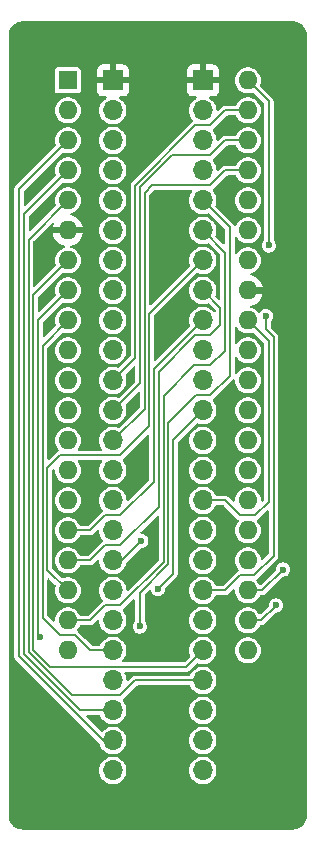
<source format=gbr>
G04 #@! TF.GenerationSoftware,KiCad,Pcbnew,8.0.4+dfsg-1*
G04 #@! TF.CreationDate,2025-02-23T17:26:56+09:00*
G04 #@! TF.ProjectId,bionic-tms99105,62696f6e-6963-42d7-946d-733939313035,2*
G04 #@! TF.SameCoordinates,Original*
G04 #@! TF.FileFunction,Copper,L2,Bot*
G04 #@! TF.FilePolarity,Positive*
%FSLAX46Y46*%
G04 Gerber Fmt 4.6, Leading zero omitted, Abs format (unit mm)*
G04 Created by KiCad (PCBNEW 8.0.4+dfsg-1) date 2025-02-23 17:26:56*
%MOMM*%
%LPD*%
G01*
G04 APERTURE LIST*
G04 #@! TA.AperFunction,ComponentPad*
%ADD10R,1.600000X1.600000*%
G04 #@! TD*
G04 #@! TA.AperFunction,ComponentPad*
%ADD11O,1.600000X1.600000*%
G04 #@! TD*
G04 #@! TA.AperFunction,ComponentPad*
%ADD12O,1.700000X1.700000*%
G04 #@! TD*
G04 #@! TA.AperFunction,ComponentPad*
%ADD13R,1.700000X1.700000*%
G04 #@! TD*
G04 #@! TA.AperFunction,ViaPad*
%ADD14C,0.600000*%
G04 #@! TD*
G04 #@! TA.AperFunction,Conductor*
%ADD15C,0.600000*%
G04 #@! TD*
G04 #@! TA.AperFunction,Conductor*
%ADD16C,0.200000*%
G04 #@! TD*
G04 APERTURE END LIST*
D10*
X106080000Y-75080000D03*
D11*
X106080000Y-77620000D03*
X106080000Y-80160000D03*
X106080000Y-82700000D03*
X106080000Y-85240000D03*
X106080000Y-87780000D03*
X106080000Y-90320000D03*
X106080000Y-92860000D03*
X106080000Y-95400000D03*
X106080000Y-97940000D03*
X106080000Y-100480000D03*
X106080000Y-103020000D03*
X106080000Y-105560000D03*
X106080000Y-108100000D03*
X106080000Y-110640000D03*
X106080000Y-113180000D03*
X106080000Y-115720000D03*
X106080000Y-118260000D03*
X106080000Y-120800000D03*
X106080000Y-123340000D03*
X121320000Y-123340000D03*
X121320000Y-120800000D03*
X121320000Y-118260000D03*
X121320000Y-115720000D03*
X121320000Y-113180000D03*
X121320000Y-110640000D03*
X121320000Y-108100000D03*
X121320000Y-105560000D03*
X121320000Y-103020000D03*
X121320000Y-100480000D03*
X121320000Y-97940000D03*
X121320000Y-95400000D03*
X121320000Y-92860000D03*
X121320000Y-90320000D03*
X121320000Y-87780000D03*
X121320000Y-85240000D03*
X121320000Y-82700000D03*
X121320000Y-80160000D03*
X121320000Y-77620000D03*
X121320000Y-75080000D03*
D12*
X117510000Y-133500000D03*
X117510000Y-130960000D03*
X117510000Y-128420000D03*
X117510000Y-125880000D03*
X117510000Y-123340000D03*
X117510000Y-120800000D03*
X117510000Y-118260000D03*
X117510000Y-115720000D03*
X117510000Y-113180000D03*
X117510000Y-110640000D03*
X117510000Y-108100000D03*
X117510000Y-105560000D03*
X117510000Y-103020000D03*
X117510000Y-100480000D03*
X117510000Y-97940000D03*
X117510000Y-95400000D03*
X117510000Y-92860000D03*
X117510000Y-90320000D03*
X117510000Y-87780000D03*
X117510000Y-85240000D03*
X117510000Y-82700000D03*
X117510000Y-80160000D03*
X117510000Y-77620000D03*
D13*
X117510000Y-75080000D03*
X109890000Y-75080000D03*
D12*
X109890000Y-77620000D03*
X109890000Y-80160000D03*
X109890000Y-82700000D03*
X109890000Y-85240000D03*
X109890000Y-87780000D03*
X109890000Y-90320000D03*
X109890000Y-92860000D03*
X109890000Y-95400000D03*
X109890000Y-97940000D03*
X109890000Y-100480000D03*
X109890000Y-103020000D03*
X109890000Y-105560000D03*
X109890000Y-108100000D03*
X109890000Y-110640000D03*
X109890000Y-113180000D03*
X109890000Y-115720000D03*
X109890000Y-118260000D03*
X109890000Y-120800000D03*
X109890000Y-123340000D03*
X109890000Y-125880000D03*
X109890000Y-128420000D03*
X109890000Y-130960000D03*
X109890000Y-133500000D03*
D14*
X122209000Y-104290000D03*
X113700000Y-132230000D03*
X113700000Y-122959000D03*
X105191000Y-104290000D03*
X105064000Y-109370000D03*
X104810000Y-128547000D03*
X102524000Y-71651000D03*
X103921000Y-132484000D03*
X115478000Y-86256000D03*
X121447000Y-129817000D03*
X105064000Y-111910000D03*
X122844000Y-95019000D03*
X112176000Y-121308000D03*
X123698000Y-119530000D03*
X124306951Y-116490951D03*
X123098000Y-89050000D03*
X103752800Y-122197000D03*
X112303000Y-114069000D03*
X113700000Y-118133000D03*
D15*
X121320000Y-92860000D02*
X122844000Y-92860000D01*
D16*
X109890000Y-130960000D02*
X109081942Y-130960000D01*
X101952800Y-123830858D02*
X101952800Y-84287200D01*
X101952800Y-84287200D02*
X106080000Y-80160000D01*
X109081942Y-130960000D02*
X101952800Y-123830858D01*
X118996000Y-94346000D02*
X117510000Y-92860000D01*
X107985000Y-115720000D02*
X109255000Y-114450000D01*
X109255000Y-114450000D02*
X110525000Y-114450000D01*
X116875000Y-96670000D02*
X118145000Y-96670000D01*
X113789000Y-99756000D02*
X116875000Y-96670000D01*
X110525000Y-114450000D02*
X113789000Y-111186000D01*
X118996000Y-95819000D02*
X118996000Y-94346000D01*
X106080000Y-115720000D02*
X107985000Y-115720000D01*
X113789000Y-111186000D02*
X113789000Y-99756000D01*
X118145000Y-96670000D02*
X118996000Y-95819000D01*
X113389000Y-99521000D02*
X117510000Y-95400000D01*
X110525000Y-111910000D02*
X113389000Y-109046000D01*
X109255000Y-111910000D02*
X110525000Y-111910000D01*
X106080000Y-113180000D02*
X107985000Y-113180000D01*
X113389000Y-109046000D02*
X113389000Y-99521000D01*
X107985000Y-113180000D02*
X109255000Y-111910000D01*
X122844000Y-95019000D02*
X122844000Y-96162000D01*
X121843818Y-116990000D02*
X120685000Y-116990000D01*
X120685000Y-116990000D02*
X119415000Y-118260000D01*
X122844000Y-96162000D02*
X123498000Y-96816000D01*
X123498000Y-96816000D02*
X123498000Y-115335818D01*
X119415000Y-118260000D02*
X117510000Y-118260000D01*
X123498000Y-115335818D02*
X121843818Y-116990000D01*
X106080000Y-118260000D02*
X104352800Y-116532800D01*
X105445000Y-106830000D02*
X110525000Y-106830000D01*
X112989000Y-104366000D02*
X112989000Y-94841000D01*
X104352800Y-107922200D02*
X105445000Y-106830000D01*
X104352800Y-116532800D02*
X104352800Y-107922200D01*
X110525000Y-106830000D02*
X112989000Y-104366000D01*
X112989000Y-94841000D02*
X117510000Y-90320000D01*
X107985000Y-120800000D02*
X106080000Y-120800000D01*
X118145000Y-99210000D02*
X116805000Y-99210000D01*
X114189000Y-115866000D02*
X110525000Y-119530000D01*
X119396000Y-89666000D02*
X119396000Y-97959000D01*
X109255000Y-119530000D02*
X107985000Y-120800000D01*
X110525000Y-119530000D02*
X109255000Y-119530000D01*
X114189000Y-101826000D02*
X114189000Y-115866000D01*
X117510000Y-87780000D02*
X119396000Y-89666000D01*
X116805000Y-99210000D02*
X114189000Y-101826000D01*
X119396000Y-97959000D02*
X118145000Y-99210000D01*
X119796000Y-100099000D02*
X119796000Y-87526000D01*
X114589000Y-116031686D02*
X114589000Y-104099500D01*
X116938500Y-101750000D02*
X118145000Y-101750000D01*
X114589000Y-104099500D02*
X116938500Y-101750000D01*
X112176000Y-121308000D02*
X112176000Y-118444686D01*
X112176000Y-118444686D02*
X114589000Y-116031686D01*
X118145000Y-101750000D02*
X119796000Y-100099000D01*
X119796000Y-87526000D02*
X117510000Y-85240000D01*
X123698000Y-119530000D02*
X123698000Y-119565000D01*
X122463000Y-120800000D02*
X121320000Y-120800000D01*
X123698000Y-119565000D02*
X122463000Y-120800000D01*
X122537902Y-118260000D02*
X121320000Y-118260000D01*
X124306951Y-116490951D02*
X122537902Y-118260000D01*
X123098000Y-89050000D02*
X123098000Y-76858000D01*
X123098000Y-76858000D02*
X121320000Y-75080000D01*
X117510000Y-125880000D02*
X111795000Y-125880000D01*
X102752800Y-88567200D02*
X106080000Y-85240000D01*
X102752800Y-123499486D02*
X102752800Y-88567200D01*
X111795000Y-125880000D02*
X110525000Y-127150000D01*
X106403314Y-127150000D02*
X102752800Y-123499486D01*
X110525000Y-127150000D02*
X106403314Y-127150000D01*
X112589000Y-102861000D02*
X109890000Y-105560000D01*
X113192000Y-83970000D02*
X112589000Y-84573000D01*
X121320000Y-82700000D02*
X119415000Y-82700000D01*
X118145000Y-83970000D02*
X113192000Y-83970000D01*
X119415000Y-82700000D02*
X118145000Y-83970000D01*
X112589000Y-84573000D02*
X112589000Y-102861000D01*
X114900686Y-81430000D02*
X112189000Y-84141686D01*
X121320000Y-80160000D02*
X119415000Y-80160000D01*
X112189000Y-100721000D02*
X109890000Y-103020000D01*
X112189000Y-84141686D02*
X112189000Y-100721000D01*
X118145000Y-81430000D02*
X114900686Y-81430000D01*
X119415000Y-80160000D02*
X118145000Y-81430000D01*
X118145000Y-78890000D02*
X119415000Y-77620000D01*
X116875000Y-78890000D02*
X118145000Y-78890000D01*
X111789000Y-98581000D02*
X111789000Y-83976000D01*
X111789000Y-83976000D02*
X116875000Y-78890000D01*
X109890000Y-100480000D02*
X111789000Y-98581000D01*
X119415000Y-77620000D02*
X121320000Y-77620000D01*
X103552800Y-95387200D02*
X106080000Y-92860000D01*
X103552800Y-121997000D02*
X103552800Y-95387200D01*
X103752800Y-122197000D02*
X103552800Y-121997000D01*
X110652000Y-115720000D02*
X109890000Y-115720000D01*
X112303000Y-114069000D02*
X110652000Y-115720000D01*
X106715000Y-122070000D02*
X105445000Y-122070000D01*
X105445000Y-122070000D02*
X103952800Y-120577800D01*
X103952800Y-120577800D02*
X103952800Y-97527200D01*
X109890000Y-123340000D02*
X107985000Y-123340000D01*
X103952800Y-97527200D02*
X106080000Y-95400000D01*
X107985000Y-123340000D02*
X106715000Y-122070000D01*
X102352800Y-86427200D02*
X106080000Y-82700000D01*
X102352800Y-123665172D02*
X102352800Y-86427200D01*
X109890000Y-128420000D02*
X107107628Y-128420000D01*
X107107628Y-128420000D02*
X102352800Y-123665172D01*
X117510000Y-123340000D02*
X116120000Y-124730000D01*
X103152800Y-123333800D02*
X103152800Y-93247200D01*
X104549000Y-124730000D02*
X103152800Y-123333800D01*
X103152800Y-93247200D02*
X106080000Y-90320000D01*
X116120000Y-124730000D02*
X104549000Y-124730000D01*
X119415000Y-110640000D02*
X117510000Y-110640000D01*
X121320000Y-95400000D02*
X123098000Y-97178000D01*
X120685000Y-111910000D02*
X119415000Y-110640000D01*
X123098000Y-110767000D02*
X121955000Y-111910000D01*
X123098000Y-97178000D02*
X123098000Y-110767000D01*
X121955000Y-111910000D02*
X120685000Y-111910000D01*
X113700000Y-118133000D02*
X114989000Y-116844000D01*
X114989000Y-116844000D02*
X114989000Y-105541000D01*
X114989000Y-105541000D02*
X117510000Y-103020000D01*
G04 #@! TA.AperFunction,Conductor*
G36*
X112934445Y-105083690D02*
G01*
X112977710Y-105126955D01*
X112988500Y-105171900D01*
X112988500Y-108839098D01*
X112969593Y-108897289D01*
X112959504Y-108909102D01*
X111210086Y-110658519D01*
X111155569Y-110686296D01*
X111095137Y-110676725D01*
X111051872Y-110633460D01*
X111041505Y-110597652D01*
X111025756Y-110427690D01*
X110967405Y-110222611D01*
X110872366Y-110031745D01*
X110743872Y-109861593D01*
X110656449Y-109781896D01*
X110586307Y-109717952D01*
X110586300Y-109717946D01*
X110405024Y-109605705D01*
X110405019Y-109605702D01*
X110206195Y-109528678D01*
X109996610Y-109489500D01*
X109783390Y-109489500D01*
X109573804Y-109528678D01*
X109374980Y-109605702D01*
X109374975Y-109605705D01*
X109193699Y-109717946D01*
X109193692Y-109717952D01*
X109036135Y-109861586D01*
X109036131Y-109861589D01*
X109036128Y-109861593D01*
X109036125Y-109861597D01*
X108907635Y-110031743D01*
X108907630Y-110031752D01*
X108812596Y-110222608D01*
X108754244Y-110427688D01*
X108754244Y-110427689D01*
X108754244Y-110427690D01*
X108734571Y-110640000D01*
X108754244Y-110852310D01*
X108812595Y-111057389D01*
X108907634Y-111248255D01*
X109036128Y-111418407D01*
X109040511Y-111422403D01*
X109070779Y-111475576D01*
X109064011Y-111536386D01*
X109023321Y-111581301D01*
X109009089Y-111589518D01*
X107848103Y-112750504D01*
X107793586Y-112778281D01*
X107778099Y-112779500D01*
X107171258Y-112779500D01*
X107113067Y-112760593D01*
X107082637Y-112724628D01*
X107019676Y-112598186D01*
X107019673Y-112598179D01*
X106896764Y-112435421D01*
X106746041Y-112298019D01*
X106572637Y-112190652D01*
X106382456Y-112116976D01*
X106382455Y-112116975D01*
X106382453Y-112116975D01*
X106181976Y-112079500D01*
X105978024Y-112079500D01*
X105777546Y-112116975D01*
X105707632Y-112144059D01*
X105587363Y-112190652D01*
X105478676Y-112257948D01*
X105413959Y-112298019D01*
X105263237Y-112435420D01*
X105140328Y-112598177D01*
X105140323Y-112598186D01*
X105058450Y-112762611D01*
X105049418Y-112780750D01*
X104993603Y-112976917D01*
X104974785Y-113180000D01*
X104993603Y-113383083D01*
X105049418Y-113579250D01*
X105140327Y-113761821D01*
X105263236Y-113924579D01*
X105413959Y-114061981D01*
X105587363Y-114169348D01*
X105777544Y-114243024D01*
X105978024Y-114280500D01*
X106181976Y-114280500D01*
X106382456Y-114243024D01*
X106572637Y-114169348D01*
X106746041Y-114061981D01*
X106896764Y-113924579D01*
X107019673Y-113761821D01*
X107082637Y-113635371D01*
X107125500Y-113591709D01*
X107171258Y-113580500D01*
X108037725Y-113580500D01*
X108037727Y-113580500D01*
X108139588Y-113553207D01*
X108139590Y-113553205D01*
X108139592Y-113553205D01*
X108230908Y-113500483D01*
X108230908Y-113500482D01*
X108230913Y-113500480D01*
X108569913Y-113161478D01*
X108624430Y-113133701D01*
X108684862Y-113143272D01*
X108728127Y-113186537D01*
X108738494Y-113222346D01*
X108754244Y-113392310D01*
X108812595Y-113597389D01*
X108907634Y-113788255D01*
X109036128Y-113958407D01*
X109040511Y-113962403D01*
X109070779Y-114015576D01*
X109064011Y-114076386D01*
X109023321Y-114121301D01*
X109009089Y-114129518D01*
X107848103Y-115290504D01*
X107793586Y-115318281D01*
X107778099Y-115319500D01*
X107171258Y-115319500D01*
X107113067Y-115300593D01*
X107082637Y-115264628D01*
X107049919Y-115198921D01*
X107019673Y-115138179D01*
X106896764Y-114975421D01*
X106746041Y-114838019D01*
X106572637Y-114730652D01*
X106382456Y-114656976D01*
X106382455Y-114656975D01*
X106382453Y-114656975D01*
X106181976Y-114619500D01*
X105978024Y-114619500D01*
X105777546Y-114656975D01*
X105707632Y-114684059D01*
X105587363Y-114730652D01*
X105478676Y-114797948D01*
X105413959Y-114838019D01*
X105263237Y-114975420D01*
X105140328Y-115138177D01*
X105140323Y-115138186D01*
X105058450Y-115302611D01*
X105049418Y-115320750D01*
X104993603Y-115516917D01*
X104974785Y-115720000D01*
X104993603Y-115923083D01*
X105049418Y-116119250D01*
X105140327Y-116301821D01*
X105263236Y-116464579D01*
X105413959Y-116601981D01*
X105587363Y-116709348D01*
X105777544Y-116783024D01*
X105978024Y-116820500D01*
X106181976Y-116820500D01*
X106382456Y-116783024D01*
X106572637Y-116709348D01*
X106746041Y-116601981D01*
X106896764Y-116464579D01*
X107019673Y-116301821D01*
X107082637Y-116175371D01*
X107125500Y-116131709D01*
X107171258Y-116120500D01*
X108037725Y-116120500D01*
X108037727Y-116120500D01*
X108139588Y-116093207D01*
X108139590Y-116093205D01*
X108139592Y-116093205D01*
X108230908Y-116040483D01*
X108230908Y-116040482D01*
X108230913Y-116040480D01*
X108569913Y-115701478D01*
X108624430Y-115673701D01*
X108684862Y-115683272D01*
X108728127Y-115726537D01*
X108738495Y-115762347D01*
X108751797Y-115905908D01*
X108754244Y-115932310D01*
X108812595Y-116137389D01*
X108907634Y-116328255D01*
X109036128Y-116498407D01*
X109036135Y-116498413D01*
X109193692Y-116642047D01*
X109193699Y-116642053D01*
X109297389Y-116706255D01*
X109374981Y-116754298D01*
X109573802Y-116831321D01*
X109783390Y-116870500D01*
X109996610Y-116870500D01*
X110206198Y-116831321D01*
X110405019Y-116754298D01*
X110586302Y-116642052D01*
X110743872Y-116498407D01*
X110872366Y-116328255D01*
X110967405Y-116137389D01*
X111025756Y-115932310D01*
X111025756Y-115932303D01*
X111026542Y-115929543D01*
X111051757Y-115886634D01*
X112234714Y-114703678D01*
X112289231Y-114675901D01*
X112300447Y-114675018D01*
X112302999Y-114674681D01*
X112303000Y-114674682D01*
X112459762Y-114654044D01*
X112605841Y-114593536D01*
X112731282Y-114497282D01*
X112827536Y-114371841D01*
X112888044Y-114225762D01*
X112908682Y-114069000D01*
X112888044Y-113912238D01*
X112836689Y-113788256D01*
X112827537Y-113766161D01*
X112827537Y-113766160D01*
X112731286Y-113640723D01*
X112731285Y-113640722D01*
X112731282Y-113640718D01*
X112731277Y-113640714D01*
X112731276Y-113640713D01*
X112617235Y-113553207D01*
X112605841Y-113544464D01*
X112605840Y-113544463D01*
X112605838Y-113544462D01*
X112459766Y-113483957D01*
X112459758Y-113483955D01*
X112303276Y-113463354D01*
X112248051Y-113437013D01*
X112218856Y-113383242D01*
X112226842Y-113322580D01*
X112246191Y-113295200D01*
X113619497Y-111921895D01*
X113674013Y-111894119D01*
X113734445Y-111903690D01*
X113777710Y-111946955D01*
X113788500Y-111991900D01*
X113788500Y-115659098D01*
X113769593Y-115717289D01*
X113759504Y-115729102D01*
X111210086Y-118278519D01*
X111155569Y-118306296D01*
X111095137Y-118296725D01*
X111051872Y-118253460D01*
X111041505Y-118217652D01*
X111025756Y-118047690D01*
X110967405Y-117842611D01*
X110872366Y-117651745D01*
X110743872Y-117481593D01*
X110666508Y-117411066D01*
X110586307Y-117337952D01*
X110586300Y-117337946D01*
X110405024Y-117225705D01*
X110405019Y-117225702D01*
X110206195Y-117148678D01*
X109996610Y-117109500D01*
X109783390Y-117109500D01*
X109573804Y-117148678D01*
X109374980Y-117225702D01*
X109374975Y-117225705D01*
X109193699Y-117337946D01*
X109193692Y-117337952D01*
X109036135Y-117481586D01*
X109036131Y-117481589D01*
X109036128Y-117481593D01*
X109036125Y-117481597D01*
X108907635Y-117651743D01*
X108907630Y-117651752D01*
X108812596Y-117842608D01*
X108812595Y-117842611D01*
X108807790Y-117859500D01*
X108754244Y-118047688D01*
X108734571Y-118260000D01*
X108750864Y-118435839D01*
X108754244Y-118472310D01*
X108812595Y-118677389D01*
X108907634Y-118868255D01*
X109036128Y-119038407D01*
X109040511Y-119042403D01*
X109070779Y-119095576D01*
X109064011Y-119156386D01*
X109023321Y-119201301D01*
X109009089Y-119209518D01*
X107848103Y-120370504D01*
X107793586Y-120398281D01*
X107778099Y-120399500D01*
X107171258Y-120399500D01*
X107113067Y-120380593D01*
X107082637Y-120344628D01*
X107053009Y-120285127D01*
X107019673Y-120218179D01*
X106896764Y-120055421D01*
X106746041Y-119918019D01*
X106572637Y-119810652D01*
X106382456Y-119736976D01*
X106382455Y-119736975D01*
X106382453Y-119736975D01*
X106181976Y-119699500D01*
X105978024Y-119699500D01*
X105777546Y-119736975D01*
X105707632Y-119764059D01*
X105587363Y-119810652D01*
X105478676Y-119877948D01*
X105413959Y-119918019D01*
X105263237Y-120055420D01*
X105140328Y-120218177D01*
X105140323Y-120218186D01*
X105049419Y-120400747D01*
X104993603Y-120596917D01*
X104974451Y-120803607D01*
X104950255Y-120859805D01*
X104897648Y-120891048D01*
X104836723Y-120885402D01*
X104805869Y-120864476D01*
X104382296Y-120440903D01*
X104354519Y-120386386D01*
X104353300Y-120370899D01*
X104353300Y-117338700D01*
X104372207Y-117280509D01*
X104421707Y-117244545D01*
X104482893Y-117244545D01*
X104522303Y-117268695D01*
X104780925Y-117527318D01*
X105022663Y-117769056D01*
X105050440Y-117823573D01*
X105047880Y-117866152D01*
X104993603Y-118056915D01*
X104979271Y-118211587D01*
X104974785Y-118260000D01*
X104993603Y-118463083D01*
X105049418Y-118659250D01*
X105140327Y-118841821D01*
X105263236Y-119004579D01*
X105413959Y-119141981D01*
X105587363Y-119249348D01*
X105777544Y-119323024D01*
X105978024Y-119360500D01*
X106181976Y-119360500D01*
X106382456Y-119323024D01*
X106572637Y-119249348D01*
X106746041Y-119141981D01*
X106896764Y-119004579D01*
X107019673Y-118841821D01*
X107110582Y-118659250D01*
X107166397Y-118463083D01*
X107185215Y-118260000D01*
X107166397Y-118056917D01*
X107110582Y-117860750D01*
X107019673Y-117678179D01*
X106896764Y-117515421D01*
X106746041Y-117378019D01*
X106572637Y-117270652D01*
X106382456Y-117196976D01*
X106382455Y-117196975D01*
X106382453Y-117196975D01*
X106181976Y-117159500D01*
X105978024Y-117159500D01*
X105777544Y-117196975D01*
X105697739Y-117227892D01*
X105636648Y-117231282D01*
X105591973Y-117205581D01*
X104782296Y-116395903D01*
X104754519Y-116341386D01*
X104753300Y-116325899D01*
X104753300Y-110640000D01*
X104974785Y-110640000D01*
X104993603Y-110843083D01*
X105049418Y-111039250D01*
X105140327Y-111221821D01*
X105263236Y-111384579D01*
X105413959Y-111521981D01*
X105587363Y-111629348D01*
X105777544Y-111703024D01*
X105978024Y-111740500D01*
X106181976Y-111740500D01*
X106382456Y-111703024D01*
X106572637Y-111629348D01*
X106746041Y-111521981D01*
X106896764Y-111384579D01*
X107019673Y-111221821D01*
X107110582Y-111039250D01*
X107166397Y-110843083D01*
X107185215Y-110640000D01*
X107166397Y-110436917D01*
X107110582Y-110240750D01*
X107019673Y-110058179D01*
X106896764Y-109895421D01*
X106746041Y-109758019D01*
X106572637Y-109650652D01*
X106382456Y-109576976D01*
X106382455Y-109576975D01*
X106382453Y-109576975D01*
X106181976Y-109539500D01*
X105978024Y-109539500D01*
X105777546Y-109576975D01*
X105707632Y-109604059D01*
X105587363Y-109650652D01*
X105478676Y-109717948D01*
X105413959Y-109758019D01*
X105263237Y-109895420D01*
X105140328Y-110058177D01*
X105140323Y-110058186D01*
X105058450Y-110222611D01*
X105049418Y-110240750D01*
X104993603Y-110436917D01*
X104974785Y-110640000D01*
X104753300Y-110640000D01*
X104753300Y-108129099D01*
X104772207Y-108070908D01*
X104782284Y-108059107D01*
X104805872Y-108035520D01*
X104860386Y-108007745D01*
X104920818Y-108017316D01*
X104964083Y-108060581D01*
X104974451Y-108096391D01*
X104974785Y-108099997D01*
X104974785Y-108100000D01*
X104993603Y-108303083D01*
X105049418Y-108499250D01*
X105140327Y-108681821D01*
X105263236Y-108844579D01*
X105413959Y-108981981D01*
X105587363Y-109089348D01*
X105777544Y-109163024D01*
X105978024Y-109200500D01*
X106181976Y-109200500D01*
X106382456Y-109163024D01*
X106572637Y-109089348D01*
X106746041Y-108981981D01*
X106896764Y-108844579D01*
X107019673Y-108681821D01*
X107110582Y-108499250D01*
X107166397Y-108303083D01*
X107185215Y-108100000D01*
X107166397Y-107896917D01*
X107110582Y-107700750D01*
X107019673Y-107518179D01*
X106922240Y-107389157D01*
X106902263Y-107331330D01*
X106920092Y-107272799D01*
X106968918Y-107235927D01*
X107001246Y-107230500D01*
X108906099Y-107230500D01*
X108964290Y-107249407D01*
X109000254Y-107298907D01*
X109000254Y-107360093D01*
X108985103Y-107389161D01*
X108907635Y-107491743D01*
X108907630Y-107491752D01*
X108812596Y-107682608D01*
X108754244Y-107887688D01*
X108742233Y-108017316D01*
X108734571Y-108100000D01*
X108754244Y-108312310D01*
X108812595Y-108517389D01*
X108907634Y-108708255D01*
X109036128Y-108878407D01*
X109069799Y-108909102D01*
X109193692Y-109022047D01*
X109193699Y-109022053D01*
X109297389Y-109086255D01*
X109374981Y-109134298D01*
X109573802Y-109211321D01*
X109783390Y-109250500D01*
X109996610Y-109250500D01*
X110206198Y-109211321D01*
X110405019Y-109134298D01*
X110586302Y-109022052D01*
X110743872Y-108878407D01*
X110872366Y-108708255D01*
X110967405Y-108517389D01*
X111025756Y-108312310D01*
X111045429Y-108100000D01*
X111025756Y-107887690D01*
X110967405Y-107682611D01*
X110872366Y-107491745D01*
X110743872Y-107321593D01*
X110739485Y-107317593D01*
X110709220Y-107264422D01*
X110715989Y-107203612D01*
X110756681Y-107158696D01*
X110770913Y-107150480D01*
X112819498Y-105101894D01*
X112874013Y-105074119D01*
X112934445Y-105083690D01*
G37*
G04 #@! TD.AperFunction*
G04 #@! TA.AperFunction,Conductor*
G36*
X116584290Y-84389407D02*
G01*
X116620254Y-84438907D01*
X116620254Y-84500093D01*
X116605103Y-84529161D01*
X116527635Y-84631743D01*
X116527630Y-84631752D01*
X116432596Y-84822608D01*
X116374244Y-85027688D01*
X116374244Y-85027690D01*
X116354571Y-85240000D01*
X116374244Y-85452310D01*
X116432595Y-85657389D01*
X116527634Y-85848255D01*
X116656128Y-86018407D01*
X116656135Y-86018413D01*
X116813692Y-86162047D01*
X116813699Y-86162053D01*
X116917389Y-86226255D01*
X116994981Y-86274298D01*
X117193802Y-86351321D01*
X117403390Y-86390500D01*
X117616610Y-86390500D01*
X117826198Y-86351321D01*
X117930908Y-86310755D01*
X117991998Y-86307366D01*
X118036674Y-86333067D01*
X119366504Y-87662897D01*
X119394281Y-87717414D01*
X119395500Y-87732901D01*
X119395500Y-88860099D01*
X119376593Y-88918290D01*
X119327093Y-88954254D01*
X119265907Y-88954254D01*
X119226496Y-88930103D01*
X118606650Y-88310257D01*
X118578873Y-88255740D01*
X118587111Y-88202182D01*
X118585752Y-88201656D01*
X118587400Y-88197398D01*
X118587405Y-88197389D01*
X118645756Y-87992310D01*
X118665429Y-87780000D01*
X118645756Y-87567690D01*
X118587405Y-87362611D01*
X118492366Y-87171745D01*
X118363872Y-87001593D01*
X118297611Y-86941188D01*
X118206307Y-86857952D01*
X118206300Y-86857946D01*
X118025024Y-86745705D01*
X118025019Y-86745702D01*
X117826195Y-86668678D01*
X117616610Y-86629500D01*
X117403390Y-86629500D01*
X117193804Y-86668678D01*
X116994980Y-86745702D01*
X116994975Y-86745705D01*
X116813699Y-86857946D01*
X116813692Y-86857952D01*
X116656135Y-87001586D01*
X116656131Y-87001589D01*
X116656128Y-87001593D01*
X116656125Y-87001597D01*
X116527635Y-87171743D01*
X116527630Y-87171752D01*
X116432596Y-87362608D01*
X116432595Y-87362611D01*
X116427647Y-87380000D01*
X116374244Y-87567688D01*
X116374244Y-87567690D01*
X116354571Y-87780000D01*
X116374244Y-87992310D01*
X116432595Y-88197389D01*
X116527634Y-88388255D01*
X116656128Y-88558407D01*
X116719929Y-88616570D01*
X116813692Y-88702047D01*
X116813699Y-88702053D01*
X116886548Y-88747159D01*
X116994981Y-88814298D01*
X117193802Y-88891321D01*
X117403390Y-88930500D01*
X117616610Y-88930500D01*
X117826198Y-88891321D01*
X117930908Y-88850755D01*
X117991998Y-88847366D01*
X118036674Y-88873067D01*
X118966504Y-89802896D01*
X118994281Y-89857413D01*
X118995500Y-89872900D01*
X118995500Y-93540099D01*
X118976593Y-93598290D01*
X118927093Y-93634254D01*
X118865907Y-93634254D01*
X118826496Y-93610103D01*
X118606650Y-93390257D01*
X118578873Y-93335740D01*
X118587111Y-93282182D01*
X118585752Y-93281656D01*
X118587400Y-93277398D01*
X118587405Y-93277389D01*
X118645756Y-93072310D01*
X118665429Y-92860000D01*
X118645756Y-92647690D01*
X118587405Y-92442611D01*
X118492366Y-92251745D01*
X118363872Y-92081593D01*
X118297611Y-92021188D01*
X118206307Y-91937952D01*
X118206300Y-91937946D01*
X118025024Y-91825705D01*
X118025019Y-91825702D01*
X117826195Y-91748678D01*
X117616610Y-91709500D01*
X117403390Y-91709500D01*
X117193804Y-91748678D01*
X116994980Y-91825702D01*
X116994975Y-91825705D01*
X116813699Y-91937946D01*
X116813692Y-91937952D01*
X116656135Y-92081586D01*
X116656131Y-92081589D01*
X116656128Y-92081593D01*
X116656125Y-92081597D01*
X116527635Y-92251743D01*
X116527630Y-92251752D01*
X116432596Y-92442608D01*
X116374244Y-92647688D01*
X116368877Y-92705606D01*
X116354571Y-92860000D01*
X116374244Y-93072310D01*
X116432595Y-93277389D01*
X116527634Y-93468255D01*
X116656128Y-93638407D01*
X116656135Y-93638413D01*
X116813692Y-93782047D01*
X116813699Y-93782053D01*
X116865271Y-93813985D01*
X116994981Y-93894298D01*
X117193802Y-93971321D01*
X117403390Y-94010500D01*
X117616610Y-94010500D01*
X117826198Y-93971321D01*
X117930908Y-93930755D01*
X117991998Y-93927366D01*
X118036674Y-93953067D01*
X118566504Y-94482897D01*
X118594281Y-94537414D01*
X118595500Y-94552901D01*
X118595500Y-94632941D01*
X118576593Y-94691132D01*
X118527093Y-94727096D01*
X118465907Y-94727096D01*
X118417497Y-94692602D01*
X118363880Y-94621603D01*
X118363877Y-94621600D01*
X118363872Y-94621593D01*
X118271533Y-94537414D01*
X118206307Y-94477952D01*
X118206300Y-94477946D01*
X118025024Y-94365705D01*
X118025019Y-94365702D01*
X117932592Y-94329896D01*
X117826198Y-94288679D01*
X117826197Y-94288678D01*
X117826195Y-94288678D01*
X117616610Y-94249500D01*
X117403390Y-94249500D01*
X117193804Y-94288678D01*
X116994980Y-94365702D01*
X116994975Y-94365705D01*
X116813699Y-94477946D01*
X116813692Y-94477952D01*
X116656135Y-94621586D01*
X116656131Y-94621589D01*
X116656128Y-94621593D01*
X116656125Y-94621597D01*
X116527635Y-94791743D01*
X116527630Y-94791752D01*
X116432596Y-94982608D01*
X116374244Y-95187688D01*
X116354571Y-95400000D01*
X116374244Y-95612311D01*
X116432598Y-95817401D01*
X116434249Y-95821661D01*
X116432870Y-95822195D01*
X116440977Y-95876647D01*
X116413348Y-95930257D01*
X113558504Y-98785102D01*
X113503987Y-98812879D01*
X113443555Y-98803308D01*
X113400290Y-98760043D01*
X113389500Y-98715098D01*
X113389500Y-95047899D01*
X113408407Y-94989708D01*
X113418490Y-94977901D01*
X116983324Y-91413066D01*
X117037841Y-91385290D01*
X117089090Y-91390756D01*
X117162978Y-91419380D01*
X117193802Y-91431321D01*
X117403390Y-91470500D01*
X117616610Y-91470500D01*
X117826198Y-91431321D01*
X118025019Y-91354298D01*
X118206302Y-91242052D01*
X118363872Y-91098407D01*
X118492366Y-90928255D01*
X118587405Y-90737389D01*
X118645756Y-90532310D01*
X118665429Y-90320000D01*
X118645756Y-90107690D01*
X118587405Y-89902611D01*
X118492366Y-89711745D01*
X118363872Y-89541593D01*
X118294417Y-89478276D01*
X118206307Y-89397952D01*
X118206300Y-89397946D01*
X118025024Y-89285705D01*
X118025019Y-89285702D01*
X117932592Y-89249896D01*
X117826198Y-89208679D01*
X117826197Y-89208678D01*
X117826195Y-89208678D01*
X117616610Y-89169500D01*
X117403390Y-89169500D01*
X117193804Y-89208678D01*
X116994980Y-89285702D01*
X116994975Y-89285705D01*
X116813699Y-89397946D01*
X116813692Y-89397952D01*
X116656135Y-89541586D01*
X116656131Y-89541589D01*
X116656128Y-89541593D01*
X116656125Y-89541597D01*
X116527635Y-89711743D01*
X116527630Y-89711752D01*
X116432596Y-89902608D01*
X116374244Y-90107688D01*
X116354571Y-90320000D01*
X116374244Y-90532311D01*
X116432598Y-90737401D01*
X116434249Y-90741661D01*
X116432870Y-90742195D01*
X116440977Y-90796647D01*
X116413348Y-90850257D01*
X113158504Y-94105102D01*
X113103987Y-94132879D01*
X113043555Y-94123308D01*
X113000290Y-94080043D01*
X112989500Y-94035098D01*
X112989500Y-84779900D01*
X113008407Y-84721709D01*
X113018496Y-84709896D01*
X113328896Y-84399496D01*
X113383413Y-84371719D01*
X113398900Y-84370500D01*
X116526099Y-84370500D01*
X116584290Y-84389407D01*
G37*
G04 #@! TD.AperFunction*
G04 #@! TA.AperFunction,Conductor*
G36*
X104834679Y-87148455D02*
G01*
X104877944Y-87191720D01*
X104887515Y-87252152D01*
X104879459Y-87278503D01*
X104853733Y-87333673D01*
X104801128Y-87530000D01*
X105764314Y-87530000D01*
X105759920Y-87534394D01*
X105707259Y-87625606D01*
X105680000Y-87727339D01*
X105680000Y-87832661D01*
X105707259Y-87934394D01*
X105759920Y-88025606D01*
X105764314Y-88030000D01*
X104801128Y-88030000D01*
X104853733Y-88226323D01*
X104949865Y-88432481D01*
X105080334Y-88618811D01*
X105241188Y-88779665D01*
X105427518Y-88910134D01*
X105633675Y-89006266D01*
X105822848Y-89056955D01*
X105874162Y-89090279D01*
X105896089Y-89147401D01*
X105880254Y-89206501D01*
X105832704Y-89245006D01*
X105815417Y-89249896D01*
X105777545Y-89256975D01*
X105703393Y-89285702D01*
X105587363Y-89330652D01*
X105478676Y-89397948D01*
X105413959Y-89438019D01*
X105263237Y-89575420D01*
X105140328Y-89738177D01*
X105140323Y-89738186D01*
X105058450Y-89902611D01*
X105049418Y-89920750D01*
X104993603Y-90116917D01*
X104974785Y-90320000D01*
X104993603Y-90523083D01*
X104996229Y-90532311D01*
X105047880Y-90713845D01*
X105045619Y-90774989D01*
X105022663Y-90810942D01*
X103322304Y-92511302D01*
X103267787Y-92539079D01*
X103207355Y-92529508D01*
X103164090Y-92486243D01*
X103153300Y-92441298D01*
X103153300Y-88774100D01*
X103172207Y-88715909D01*
X103182290Y-88704102D01*
X104719732Y-87166659D01*
X104774247Y-87138884D01*
X104834679Y-87148455D01*
G37*
G04 #@! TD.AperFunction*
G04 #@! TA.AperFunction,Conductor*
G36*
X125133875Y-70075805D02*
G01*
X125309097Y-70089594D01*
X125324430Y-70092023D01*
X125491550Y-70132145D01*
X125506317Y-70136943D01*
X125665104Y-70202715D01*
X125678926Y-70209758D01*
X125825469Y-70299560D01*
X125838032Y-70308688D01*
X125968717Y-70420303D01*
X125979699Y-70431285D01*
X126091311Y-70561967D01*
X126100440Y-70574532D01*
X126190238Y-70721068D01*
X126197287Y-70734902D01*
X126263054Y-70893678D01*
X126267855Y-70908453D01*
X126307975Y-71075564D01*
X126310405Y-71090907D01*
X126324195Y-71266123D01*
X126324500Y-71273891D01*
X126324500Y-137306108D01*
X126324195Y-137313876D01*
X126310405Y-137489092D01*
X126307975Y-137504435D01*
X126267855Y-137671546D01*
X126263054Y-137686321D01*
X126197287Y-137845097D01*
X126190234Y-137858939D01*
X126100442Y-138005465D01*
X126091311Y-138018032D01*
X125979699Y-138148714D01*
X125968714Y-138159699D01*
X125838032Y-138271311D01*
X125825465Y-138280442D01*
X125678939Y-138370234D01*
X125665097Y-138377287D01*
X125506321Y-138443054D01*
X125491546Y-138447855D01*
X125324435Y-138487975D01*
X125309092Y-138490405D01*
X125149743Y-138502946D01*
X125133874Y-138504195D01*
X125126108Y-138504500D01*
X102273892Y-138504500D01*
X102266125Y-138504195D01*
X102247014Y-138502691D01*
X102090907Y-138490405D01*
X102075564Y-138487975D01*
X101908453Y-138447855D01*
X101893678Y-138443054D01*
X101734902Y-138377287D01*
X101721068Y-138370238D01*
X101574532Y-138280440D01*
X101561967Y-138271311D01*
X101462706Y-138186535D01*
X101431282Y-138159696D01*
X101420303Y-138148717D01*
X101308688Y-138018032D01*
X101299560Y-138005469D01*
X101209758Y-137858926D01*
X101202715Y-137845104D01*
X101136943Y-137686317D01*
X101132144Y-137671546D01*
X101092024Y-137504435D01*
X101089594Y-137489097D01*
X101075805Y-137313875D01*
X101075500Y-137306108D01*
X101075500Y-133500000D01*
X108734571Y-133500000D01*
X108754244Y-133712310D01*
X108812595Y-133917389D01*
X108907634Y-134108255D01*
X109036128Y-134278407D01*
X109036135Y-134278413D01*
X109193692Y-134422047D01*
X109193699Y-134422053D01*
X109297389Y-134486255D01*
X109374981Y-134534298D01*
X109573802Y-134611321D01*
X109783390Y-134650500D01*
X109996610Y-134650500D01*
X110206198Y-134611321D01*
X110405019Y-134534298D01*
X110586302Y-134422052D01*
X110743872Y-134278407D01*
X110872366Y-134108255D01*
X110967405Y-133917389D01*
X111025756Y-133712310D01*
X111045429Y-133500000D01*
X116354571Y-133500000D01*
X116374244Y-133712310D01*
X116432595Y-133917389D01*
X116527634Y-134108255D01*
X116656128Y-134278407D01*
X116656135Y-134278413D01*
X116813692Y-134422047D01*
X116813699Y-134422053D01*
X116917389Y-134486255D01*
X116994981Y-134534298D01*
X117193802Y-134611321D01*
X117403390Y-134650500D01*
X117616610Y-134650500D01*
X117826198Y-134611321D01*
X118025019Y-134534298D01*
X118206302Y-134422052D01*
X118363872Y-134278407D01*
X118492366Y-134108255D01*
X118587405Y-133917389D01*
X118645756Y-133712310D01*
X118665429Y-133500000D01*
X118645756Y-133287690D01*
X118587405Y-133082611D01*
X118492366Y-132891745D01*
X118363872Y-132721593D01*
X118309623Y-132672139D01*
X118206307Y-132577952D01*
X118206300Y-132577946D01*
X118025024Y-132465705D01*
X118025019Y-132465702D01*
X117826195Y-132388678D01*
X117616610Y-132349500D01*
X117403390Y-132349500D01*
X117193804Y-132388678D01*
X116994980Y-132465702D01*
X116994975Y-132465705D01*
X116813699Y-132577946D01*
X116813692Y-132577952D01*
X116656135Y-132721586D01*
X116656131Y-132721589D01*
X116656128Y-132721593D01*
X116656125Y-132721597D01*
X116527635Y-132891743D01*
X116527630Y-132891752D01*
X116432596Y-133082608D01*
X116374244Y-133287688D01*
X116374244Y-133287690D01*
X116354571Y-133500000D01*
X111045429Y-133500000D01*
X111025756Y-133287690D01*
X110967405Y-133082611D01*
X110872366Y-132891745D01*
X110743872Y-132721593D01*
X110689623Y-132672139D01*
X110586307Y-132577952D01*
X110586300Y-132577946D01*
X110405024Y-132465705D01*
X110405019Y-132465702D01*
X110206195Y-132388678D01*
X109996610Y-132349500D01*
X109783390Y-132349500D01*
X109573804Y-132388678D01*
X109374980Y-132465702D01*
X109374975Y-132465705D01*
X109193699Y-132577946D01*
X109193692Y-132577952D01*
X109036135Y-132721586D01*
X109036131Y-132721589D01*
X109036128Y-132721593D01*
X109036125Y-132721597D01*
X108907635Y-132891743D01*
X108907630Y-132891752D01*
X108812596Y-133082608D01*
X108754244Y-133287688D01*
X108754244Y-133287690D01*
X108734571Y-133500000D01*
X101075500Y-133500000D01*
X101075500Y-84234473D01*
X101552300Y-84234473D01*
X101552300Y-123778131D01*
X101552300Y-123883585D01*
X101569626Y-123948247D01*
X101579594Y-123985450D01*
X101632316Y-124076766D01*
X101632317Y-124076767D01*
X101632318Y-124076768D01*
X101632320Y-124076771D01*
X105193146Y-127637597D01*
X108746555Y-131191006D01*
X108771771Y-131233916D01*
X108812594Y-131377387D01*
X108812595Y-131377389D01*
X108907634Y-131568255D01*
X109036128Y-131738407D01*
X109036135Y-131738413D01*
X109193692Y-131882047D01*
X109193699Y-131882053D01*
X109297389Y-131946255D01*
X109374981Y-131994298D01*
X109573802Y-132071321D01*
X109783390Y-132110500D01*
X109996610Y-132110500D01*
X110206198Y-132071321D01*
X110405019Y-131994298D01*
X110586302Y-131882052D01*
X110743872Y-131738407D01*
X110872366Y-131568255D01*
X110967405Y-131377389D01*
X111025756Y-131172310D01*
X111045429Y-130960000D01*
X116354571Y-130960000D01*
X116374244Y-131172311D01*
X116391773Y-131233916D01*
X116432595Y-131377389D01*
X116527634Y-131568255D01*
X116656128Y-131738407D01*
X116656135Y-131738413D01*
X116813692Y-131882047D01*
X116813699Y-131882053D01*
X116917389Y-131946255D01*
X116994981Y-131994298D01*
X117193802Y-132071321D01*
X117403390Y-132110500D01*
X117616610Y-132110500D01*
X117826198Y-132071321D01*
X118025019Y-131994298D01*
X118206302Y-131882052D01*
X118363872Y-131738407D01*
X118492366Y-131568255D01*
X118587405Y-131377389D01*
X118645756Y-131172310D01*
X118665429Y-130960000D01*
X118645756Y-130747690D01*
X118587405Y-130542611D01*
X118492366Y-130351745D01*
X118363872Y-130181593D01*
X118309623Y-130132139D01*
X118206307Y-130037952D01*
X118206300Y-130037946D01*
X118025024Y-129925705D01*
X118025019Y-129925702D01*
X117826195Y-129848678D01*
X117616610Y-129809500D01*
X117403390Y-129809500D01*
X117193804Y-129848678D01*
X116994980Y-129925702D01*
X116994975Y-129925705D01*
X116813699Y-130037946D01*
X116813692Y-130037952D01*
X116656135Y-130181586D01*
X116656131Y-130181589D01*
X116656128Y-130181593D01*
X116656125Y-130181597D01*
X116527635Y-130351743D01*
X116527630Y-130351752D01*
X116432596Y-130542608D01*
X116374244Y-130747688D01*
X116354571Y-130960000D01*
X111045429Y-130960000D01*
X111025756Y-130747690D01*
X110967405Y-130542611D01*
X110872366Y-130351745D01*
X110743872Y-130181593D01*
X110689623Y-130132139D01*
X110586307Y-130037952D01*
X110586300Y-130037946D01*
X110405024Y-129925705D01*
X110405019Y-129925702D01*
X110206195Y-129848678D01*
X109996610Y-129809500D01*
X109783390Y-129809500D01*
X109573804Y-129848678D01*
X109374980Y-129925702D01*
X109374975Y-129925705D01*
X109193699Y-130037946D01*
X109193692Y-130037952D01*
X109036135Y-130181586D01*
X109036121Y-130181601D01*
X109033177Y-130185500D01*
X108983019Y-130220540D01*
X108921844Y-130219405D01*
X108884173Y-130195838D01*
X107677839Y-128989504D01*
X107650062Y-128934987D01*
X107659633Y-128874555D01*
X107702898Y-128831290D01*
X107747843Y-128820500D01*
X108742887Y-128820500D01*
X108801078Y-128839407D01*
X108831508Y-128875372D01*
X108888338Y-128989504D01*
X108907634Y-129028255D01*
X109036128Y-129198407D01*
X109036135Y-129198413D01*
X109193692Y-129342047D01*
X109193699Y-129342053D01*
X109297389Y-129406255D01*
X109374981Y-129454298D01*
X109573802Y-129531321D01*
X109783390Y-129570500D01*
X109996610Y-129570500D01*
X110206198Y-129531321D01*
X110405019Y-129454298D01*
X110586302Y-129342052D01*
X110743872Y-129198407D01*
X110872366Y-129028255D01*
X110967405Y-128837389D01*
X111025756Y-128632310D01*
X111045429Y-128420000D01*
X116354571Y-128420000D01*
X116374244Y-128632310D01*
X116432595Y-128837389D01*
X116527634Y-129028255D01*
X116656128Y-129198407D01*
X116656135Y-129198413D01*
X116813692Y-129342047D01*
X116813699Y-129342053D01*
X116917389Y-129406255D01*
X116994981Y-129454298D01*
X117193802Y-129531321D01*
X117403390Y-129570500D01*
X117616610Y-129570500D01*
X117826198Y-129531321D01*
X118025019Y-129454298D01*
X118206302Y-129342052D01*
X118363872Y-129198407D01*
X118492366Y-129028255D01*
X118587405Y-128837389D01*
X118645756Y-128632310D01*
X118665429Y-128420000D01*
X118645756Y-128207690D01*
X118587405Y-128002611D01*
X118492366Y-127811745D01*
X118363872Y-127641593D01*
X118284688Y-127569407D01*
X118206307Y-127497952D01*
X118206300Y-127497946D01*
X118025024Y-127385705D01*
X118025019Y-127385702D01*
X117826195Y-127308678D01*
X117616610Y-127269500D01*
X117403390Y-127269500D01*
X117193804Y-127308678D01*
X116994980Y-127385702D01*
X116994975Y-127385705D01*
X116813699Y-127497946D01*
X116813692Y-127497952D01*
X116656135Y-127641586D01*
X116656131Y-127641589D01*
X116656128Y-127641593D01*
X116656125Y-127641597D01*
X116527635Y-127811743D01*
X116527630Y-127811752D01*
X116432596Y-128002608D01*
X116374244Y-128207688D01*
X116374244Y-128207690D01*
X116354571Y-128420000D01*
X111045429Y-128420000D01*
X111025756Y-128207690D01*
X110967405Y-128002611D01*
X110872366Y-127811745D01*
X110743872Y-127641593D01*
X110739485Y-127637593D01*
X110709220Y-127584422D01*
X110715989Y-127523612D01*
X110756681Y-127478696D01*
X110770913Y-127470480D01*
X111931897Y-126309496D01*
X111986414Y-126281719D01*
X112001901Y-126280500D01*
X116362887Y-126280500D01*
X116421078Y-126299407D01*
X116451508Y-126335372D01*
X116527634Y-126488255D01*
X116656128Y-126658407D01*
X116656135Y-126658413D01*
X116813692Y-126802047D01*
X116813699Y-126802053D01*
X116917389Y-126866255D01*
X116994981Y-126914298D01*
X117193802Y-126991321D01*
X117403390Y-127030500D01*
X117616610Y-127030500D01*
X117826198Y-126991321D01*
X118025019Y-126914298D01*
X118206302Y-126802052D01*
X118363872Y-126658407D01*
X118492366Y-126488255D01*
X118587405Y-126297389D01*
X118645756Y-126092310D01*
X118665429Y-125880000D01*
X118645756Y-125667690D01*
X118587405Y-125462611D01*
X118492366Y-125271745D01*
X118363872Y-125101593D01*
X118307804Y-125050480D01*
X118206307Y-124957952D01*
X118206300Y-124957946D01*
X118025024Y-124845705D01*
X118025019Y-124845702D01*
X117826195Y-124768678D01*
X117616610Y-124729500D01*
X117403390Y-124729500D01*
X117193804Y-124768678D01*
X116994980Y-124845702D01*
X116994975Y-124845705D01*
X116813699Y-124957946D01*
X116813692Y-124957952D01*
X116656135Y-125101586D01*
X116656131Y-125101589D01*
X116656128Y-125101593D01*
X116656125Y-125101597D01*
X116527635Y-125271743D01*
X116527630Y-125271752D01*
X116451508Y-125424628D01*
X116408646Y-125468290D01*
X116362887Y-125479500D01*
X111847727Y-125479500D01*
X111742273Y-125479500D01*
X111679929Y-125496204D01*
X111640407Y-125506794D01*
X111549091Y-125559516D01*
X111549086Y-125559520D01*
X111210085Y-125898520D01*
X111155569Y-125926297D01*
X111095137Y-125916726D01*
X111051872Y-125873461D01*
X111041505Y-125837653D01*
X111025756Y-125667690D01*
X110967405Y-125462611D01*
X110873304Y-125273628D01*
X110864291Y-125213110D01*
X110892572Y-125158852D01*
X110947343Y-125131580D01*
X110961925Y-125130500D01*
X116172725Y-125130500D01*
X116172727Y-125130500D01*
X116274588Y-125103207D01*
X116274590Y-125103205D01*
X116274592Y-125103205D01*
X116365908Y-125050483D01*
X116365908Y-125050482D01*
X116365913Y-125050480D01*
X116983326Y-124433065D01*
X117037841Y-124405290D01*
X117089090Y-124410756D01*
X117193802Y-124451321D01*
X117403390Y-124490500D01*
X117616610Y-124490500D01*
X117826198Y-124451321D01*
X118025019Y-124374298D01*
X118206302Y-124262052D01*
X118363872Y-124118407D01*
X118492366Y-123948255D01*
X118587405Y-123757389D01*
X118645756Y-123552310D01*
X118665429Y-123340000D01*
X120214785Y-123340000D01*
X120233603Y-123543083D01*
X120289418Y-123739250D01*
X120380327Y-123921821D01*
X120503236Y-124084579D01*
X120653959Y-124221981D01*
X120827363Y-124329348D01*
X121017544Y-124403024D01*
X121218024Y-124440500D01*
X121421976Y-124440500D01*
X121622456Y-124403024D01*
X121812637Y-124329348D01*
X121986041Y-124221981D01*
X122136764Y-124084579D01*
X122259673Y-123921821D01*
X122350582Y-123739250D01*
X122406397Y-123543083D01*
X122425215Y-123340000D01*
X122406397Y-123136917D01*
X122350582Y-122940750D01*
X122259673Y-122758179D01*
X122136764Y-122595421D01*
X121986041Y-122458019D01*
X121812637Y-122350652D01*
X121622456Y-122276976D01*
X121622455Y-122276975D01*
X121622453Y-122276975D01*
X121421976Y-122239500D01*
X121218024Y-122239500D01*
X121017546Y-122276975D01*
X120947632Y-122304059D01*
X120827363Y-122350652D01*
X120677881Y-122443207D01*
X120653959Y-122458019D01*
X120503237Y-122595420D01*
X120380328Y-122758177D01*
X120380323Y-122758186D01*
X120298450Y-122922611D01*
X120289418Y-122940750D01*
X120233603Y-123136917D01*
X120214785Y-123340000D01*
X118665429Y-123340000D01*
X118645756Y-123127690D01*
X118587405Y-122922611D01*
X118492366Y-122731745D01*
X118363872Y-122561593D01*
X118296132Y-122499839D01*
X118206307Y-122417952D01*
X118206300Y-122417946D01*
X118025024Y-122305705D01*
X118025019Y-122305702D01*
X117826195Y-122228678D01*
X117616610Y-122189500D01*
X117403390Y-122189500D01*
X117193804Y-122228678D01*
X116994980Y-122305702D01*
X116994975Y-122305705D01*
X116813699Y-122417946D01*
X116813692Y-122417952D01*
X116656135Y-122561586D01*
X116656131Y-122561589D01*
X116656128Y-122561593D01*
X116656125Y-122561597D01*
X116527635Y-122731743D01*
X116527630Y-122731752D01*
X116432596Y-122922608D01*
X116374244Y-123127688D01*
X116354571Y-123340000D01*
X116374244Y-123552311D01*
X116432598Y-123757401D01*
X116434249Y-123761661D01*
X116432870Y-123762195D01*
X116440977Y-123816647D01*
X116413348Y-123870256D01*
X115983103Y-124300503D01*
X115928586Y-124328281D01*
X115913099Y-124329500D01*
X110767862Y-124329500D01*
X110709671Y-124310593D01*
X110673707Y-124261093D01*
X110673707Y-124199907D01*
X110701164Y-124157340D01*
X110743872Y-124118407D01*
X110872366Y-123948255D01*
X110967405Y-123757389D01*
X111025756Y-123552310D01*
X111045429Y-123340000D01*
X111025756Y-123127690D01*
X110967405Y-122922611D01*
X110872366Y-122731745D01*
X110743872Y-122561593D01*
X110676132Y-122499839D01*
X110586307Y-122417952D01*
X110586300Y-122417946D01*
X110405024Y-122305705D01*
X110405019Y-122305702D01*
X110206195Y-122228678D01*
X109996610Y-122189500D01*
X109783390Y-122189500D01*
X109573804Y-122228678D01*
X109374980Y-122305702D01*
X109374975Y-122305705D01*
X109193699Y-122417946D01*
X109193692Y-122417952D01*
X109036135Y-122561586D01*
X109036131Y-122561589D01*
X109036128Y-122561593D01*
X109036125Y-122561597D01*
X108907635Y-122731743D01*
X108907630Y-122731752D01*
X108831508Y-122884628D01*
X108788646Y-122928290D01*
X108742887Y-122939500D01*
X108191901Y-122939500D01*
X108133710Y-122920593D01*
X108121897Y-122910504D01*
X107562045Y-122350652D01*
X106960913Y-121749520D01*
X106960910Y-121749518D01*
X106901242Y-121715068D01*
X106860302Y-121669598D01*
X106853907Y-121608748D01*
X106884047Y-121556171D01*
X106896764Y-121544579D01*
X107019673Y-121381821D01*
X107082637Y-121255371D01*
X107125500Y-121211709D01*
X107171258Y-121200500D01*
X108037725Y-121200500D01*
X108037727Y-121200500D01*
X108139588Y-121173207D01*
X108139590Y-121173205D01*
X108139592Y-121173205D01*
X108230908Y-121120483D01*
X108230908Y-121120482D01*
X108230913Y-121120480D01*
X108569913Y-120781478D01*
X108624430Y-120753701D01*
X108684862Y-120763272D01*
X108728127Y-120806537D01*
X108738494Y-120842346D01*
X108743008Y-120891048D01*
X108753581Y-121005161D01*
X108754244Y-121012310D01*
X108812595Y-121217389D01*
X108907634Y-121408255D01*
X109036128Y-121578407D01*
X109106734Y-121642773D01*
X109193692Y-121722047D01*
X109193699Y-121722053D01*
X109238057Y-121749518D01*
X109374981Y-121834298D01*
X109573802Y-121911321D01*
X109783390Y-121950500D01*
X109996610Y-121950500D01*
X110206198Y-121911321D01*
X110405019Y-121834298D01*
X110586302Y-121722052D01*
X110743872Y-121578407D01*
X110872366Y-121408255D01*
X110967405Y-121217389D01*
X111025756Y-121012310D01*
X111045429Y-120800000D01*
X111025756Y-120587690D01*
X110967405Y-120382611D01*
X110872366Y-120191745D01*
X110743872Y-120021593D01*
X110739485Y-120017593D01*
X110709220Y-119964422D01*
X110715989Y-119903612D01*
X110756681Y-119858696D01*
X110770913Y-119850480D01*
X111606498Y-119014894D01*
X111661013Y-118987119D01*
X111721445Y-118996690D01*
X111764710Y-119039955D01*
X111775500Y-119084900D01*
X111775500Y-120810929D01*
X111756593Y-120869120D01*
X111749276Y-120877687D01*
X111651462Y-121005160D01*
X111651462Y-121005161D01*
X111590957Y-121151233D01*
X111590955Y-121151241D01*
X111570318Y-121307999D01*
X111570318Y-121308000D01*
X111590955Y-121464758D01*
X111590957Y-121464766D01*
X111651462Y-121610838D01*
X111651462Y-121610839D01*
X111747713Y-121736276D01*
X111747718Y-121736282D01*
X111747722Y-121736285D01*
X111747723Y-121736286D01*
X111764970Y-121749520D01*
X111873159Y-121832536D01*
X111873160Y-121832536D01*
X111873161Y-121832537D01*
X111946763Y-121863024D01*
X112019238Y-121893044D01*
X112136809Y-121908522D01*
X112175999Y-121913682D01*
X112176000Y-121913682D01*
X112176001Y-121913682D01*
X112207352Y-121909554D01*
X112332762Y-121893044D01*
X112478841Y-121832536D01*
X112604282Y-121736282D01*
X112700536Y-121610841D01*
X112761044Y-121464762D01*
X112781682Y-121308000D01*
X112779252Y-121289546D01*
X112761044Y-121151241D01*
X112761044Y-121151238D01*
X112728117Y-121071746D01*
X112700537Y-121005161D01*
X112700537Y-121005160D01*
X112600332Y-120874570D01*
X112601713Y-120873509D01*
X112577719Y-120826416D01*
X112576500Y-120810929D01*
X112576500Y-120800000D01*
X116354571Y-120800000D01*
X116373581Y-121005161D01*
X116374244Y-121012310D01*
X116432595Y-121217389D01*
X116527634Y-121408255D01*
X116656128Y-121578407D01*
X116726734Y-121642773D01*
X116813692Y-121722047D01*
X116813699Y-121722053D01*
X116858057Y-121749518D01*
X116994981Y-121834298D01*
X117193802Y-121911321D01*
X117403390Y-121950500D01*
X117616610Y-121950500D01*
X117826198Y-121911321D01*
X118025019Y-121834298D01*
X118206302Y-121722052D01*
X118363872Y-121578407D01*
X118492366Y-121408255D01*
X118587405Y-121217389D01*
X118645756Y-121012310D01*
X118665429Y-120800000D01*
X120214785Y-120800000D01*
X120233603Y-121003083D01*
X120289418Y-121199250D01*
X120380327Y-121381821D01*
X120503236Y-121544579D01*
X120653959Y-121681981D01*
X120827363Y-121789348D01*
X121017544Y-121863024D01*
X121218024Y-121900500D01*
X121421976Y-121900500D01*
X121622456Y-121863024D01*
X121812637Y-121789348D01*
X121986041Y-121681981D01*
X122136764Y-121544579D01*
X122259673Y-121381821D01*
X122322637Y-121255371D01*
X122365500Y-121211709D01*
X122411258Y-121200500D01*
X122515725Y-121200500D01*
X122515727Y-121200500D01*
X122617588Y-121173207D01*
X122617590Y-121173205D01*
X122617592Y-121173205D01*
X122708908Y-121120483D01*
X122708908Y-121120482D01*
X122708913Y-121120480D01*
X123669295Y-120160095D01*
X123723812Y-120132318D01*
X123726368Y-120131947D01*
X123854762Y-120115044D01*
X124000841Y-120054536D01*
X124126282Y-119958282D01*
X124222536Y-119832841D01*
X124283044Y-119686762D01*
X124303682Y-119530000D01*
X124283044Y-119373238D01*
X124222537Y-119227161D01*
X124222537Y-119227160D01*
X124126284Y-119101721D01*
X124126282Y-119101718D01*
X124126277Y-119101714D01*
X124126276Y-119101713D01*
X124000838Y-119005462D01*
X123854766Y-118944957D01*
X123854758Y-118944955D01*
X123698001Y-118924318D01*
X123697999Y-118924318D01*
X123541241Y-118944955D01*
X123541233Y-118944957D01*
X123395161Y-119005462D01*
X123395160Y-119005462D01*
X123269723Y-119101713D01*
X123269719Y-119101716D01*
X123269718Y-119101718D01*
X123269716Y-119101721D01*
X123173462Y-119227160D01*
X123173462Y-119227161D01*
X123112957Y-119373233D01*
X123112955Y-119373241D01*
X123092318Y-119529998D01*
X123094588Y-119547246D01*
X123083435Y-119607406D01*
X123066438Y-119630168D01*
X122429684Y-120266921D01*
X122375167Y-120294698D01*
X122314735Y-120285127D01*
X122271470Y-120241862D01*
X122271059Y-120241045D01*
X122259676Y-120218186D01*
X122259673Y-120218179D01*
X122136764Y-120055421D01*
X121986041Y-119918019D01*
X121812637Y-119810652D01*
X121622456Y-119736976D01*
X121622455Y-119736975D01*
X121622453Y-119736975D01*
X121421976Y-119699500D01*
X121218024Y-119699500D01*
X121017546Y-119736975D01*
X120947632Y-119764059D01*
X120827363Y-119810652D01*
X120718676Y-119877948D01*
X120653959Y-119918019D01*
X120503237Y-120055420D01*
X120380328Y-120218177D01*
X120380323Y-120218186D01*
X120298450Y-120382611D01*
X120289418Y-120400750D01*
X120233603Y-120596917D01*
X120214785Y-120800000D01*
X118665429Y-120800000D01*
X118645756Y-120587690D01*
X118587405Y-120382611D01*
X118492366Y-120191745D01*
X118363872Y-120021593D01*
X118294417Y-119958276D01*
X118206307Y-119877952D01*
X118206300Y-119877946D01*
X118025024Y-119765705D01*
X118025019Y-119765702D01*
X117826195Y-119688678D01*
X117616610Y-119649500D01*
X117403390Y-119649500D01*
X117193804Y-119688678D01*
X116994980Y-119765702D01*
X116994975Y-119765705D01*
X116813699Y-119877946D01*
X116813692Y-119877952D01*
X116656135Y-120021586D01*
X116656131Y-120021589D01*
X116656128Y-120021593D01*
X116656125Y-120021597D01*
X116527635Y-120191743D01*
X116527630Y-120191752D01*
X116432596Y-120382608D01*
X116432595Y-120382611D01*
X116427790Y-120399500D01*
X116374244Y-120587688D01*
X116354571Y-120800000D01*
X112576500Y-120800000D01*
X112576500Y-118651586D01*
X112595407Y-118593395D01*
X112605496Y-118581583D01*
X112947713Y-118239365D01*
X113002230Y-118211587D01*
X113062662Y-118221158D01*
X113105927Y-118264423D01*
X113113343Y-118283743D01*
X113114956Y-118289762D01*
X113175462Y-118435838D01*
X113175462Y-118435839D01*
X113203448Y-118472311D01*
X113271718Y-118561282D01*
X113397159Y-118657536D01*
X113397160Y-118657536D01*
X113397161Y-118657537D01*
X113431378Y-118671710D01*
X113543238Y-118718044D01*
X113660809Y-118733522D01*
X113699999Y-118738682D01*
X113700000Y-118738682D01*
X113700001Y-118738682D01*
X113731352Y-118734554D01*
X113856762Y-118718044D01*
X114002841Y-118657536D01*
X114128282Y-118561282D01*
X114224536Y-118435841D01*
X114285044Y-118289762D01*
X114305682Y-118133000D01*
X114306529Y-118126567D01*
X114308256Y-118126794D01*
X114324589Y-118076527D01*
X114334678Y-118064714D01*
X114747649Y-117651743D01*
X115309480Y-117089913D01*
X115352450Y-117015488D01*
X115362205Y-116998592D01*
X115362205Y-116998590D01*
X115362207Y-116998588D01*
X115389500Y-116896727D01*
X115389500Y-116791273D01*
X115389500Y-115720000D01*
X116354571Y-115720000D01*
X116371797Y-115905908D01*
X116374244Y-115932310D01*
X116432595Y-116137389D01*
X116527634Y-116328255D01*
X116656128Y-116498407D01*
X116656135Y-116498413D01*
X116813692Y-116642047D01*
X116813699Y-116642053D01*
X116917389Y-116706255D01*
X116994981Y-116754298D01*
X117193802Y-116831321D01*
X117403390Y-116870500D01*
X117616610Y-116870500D01*
X117826198Y-116831321D01*
X118025019Y-116754298D01*
X118206302Y-116642052D01*
X118363872Y-116498407D01*
X118492366Y-116328255D01*
X118587405Y-116137389D01*
X118645756Y-115932310D01*
X118665429Y-115720000D01*
X118645756Y-115507690D01*
X118587405Y-115302611D01*
X118492366Y-115111745D01*
X118363872Y-114941593D01*
X118309623Y-114892139D01*
X118206307Y-114797952D01*
X118206300Y-114797946D01*
X118025024Y-114685705D01*
X118025019Y-114685702D01*
X117950865Y-114656975D01*
X117826198Y-114608679D01*
X117826197Y-114608678D01*
X117826195Y-114608678D01*
X117616610Y-114569500D01*
X117403390Y-114569500D01*
X117193804Y-114608678D01*
X116994980Y-114685702D01*
X116994975Y-114685705D01*
X116813699Y-114797946D01*
X116813692Y-114797952D01*
X116656135Y-114941586D01*
X116656131Y-114941589D01*
X116656128Y-114941593D01*
X116656125Y-114941597D01*
X116527635Y-115111743D01*
X116527630Y-115111752D01*
X116432596Y-115302608D01*
X116432595Y-115302611D01*
X116427790Y-115319500D01*
X116374244Y-115507688D01*
X116354571Y-115720000D01*
X115389500Y-115720000D01*
X115389500Y-113180000D01*
X116354571Y-113180000D01*
X116374244Y-113392310D01*
X116432595Y-113597389D01*
X116527634Y-113788255D01*
X116656128Y-113958407D01*
X116718839Y-114015576D01*
X116813692Y-114102047D01*
X116813699Y-114102053D01*
X116844786Y-114121301D01*
X116994981Y-114214298D01*
X117193802Y-114291321D01*
X117403390Y-114330500D01*
X117616610Y-114330500D01*
X117826198Y-114291321D01*
X118025019Y-114214298D01*
X118206302Y-114102052D01*
X118363872Y-113958407D01*
X118492366Y-113788255D01*
X118587405Y-113597389D01*
X118645756Y-113392310D01*
X118665429Y-113180000D01*
X118645756Y-112967690D01*
X118587405Y-112762611D01*
X118492366Y-112571745D01*
X118363872Y-112401593D01*
X118301159Y-112344422D01*
X118206307Y-112257952D01*
X118206300Y-112257946D01*
X118025024Y-112145705D01*
X118025019Y-112145702D01*
X117826195Y-112068678D01*
X117616610Y-112029500D01*
X117403390Y-112029500D01*
X117193804Y-112068678D01*
X116994980Y-112145702D01*
X116994975Y-112145705D01*
X116813699Y-112257946D01*
X116813692Y-112257952D01*
X116656135Y-112401586D01*
X116656131Y-112401589D01*
X116656128Y-112401593D01*
X116656125Y-112401597D01*
X116527635Y-112571743D01*
X116527630Y-112571752D01*
X116432596Y-112762608D01*
X116432595Y-112762611D01*
X116427790Y-112779500D01*
X116374244Y-112967688D01*
X116374244Y-112967689D01*
X116374244Y-112967690D01*
X116354571Y-113180000D01*
X115389500Y-113180000D01*
X115389500Y-108100000D01*
X116354571Y-108100000D01*
X116374244Y-108312310D01*
X116432595Y-108517389D01*
X116527634Y-108708255D01*
X116656128Y-108878407D01*
X116689799Y-108909102D01*
X116813692Y-109022047D01*
X116813699Y-109022053D01*
X116917389Y-109086255D01*
X116994981Y-109134298D01*
X117193802Y-109211321D01*
X117403390Y-109250500D01*
X117616610Y-109250500D01*
X117826198Y-109211321D01*
X118025019Y-109134298D01*
X118206302Y-109022052D01*
X118363872Y-108878407D01*
X118492366Y-108708255D01*
X118587405Y-108517389D01*
X118645756Y-108312310D01*
X118665429Y-108100000D01*
X120214785Y-108100000D01*
X120233603Y-108303083D01*
X120289418Y-108499250D01*
X120380327Y-108681821D01*
X120503236Y-108844579D01*
X120653959Y-108981981D01*
X120827363Y-109089348D01*
X121017544Y-109163024D01*
X121218024Y-109200500D01*
X121421976Y-109200500D01*
X121622456Y-109163024D01*
X121812637Y-109089348D01*
X121986041Y-108981981D01*
X122136764Y-108844579D01*
X122259673Y-108681821D01*
X122350582Y-108499250D01*
X122406397Y-108303083D01*
X122425215Y-108100000D01*
X122406397Y-107896917D01*
X122350582Y-107700750D01*
X122259673Y-107518179D01*
X122136764Y-107355421D01*
X121986041Y-107218019D01*
X121812637Y-107110652D01*
X121622456Y-107036976D01*
X121622455Y-107036975D01*
X121622453Y-107036975D01*
X121421976Y-106999500D01*
X121218024Y-106999500D01*
X121017546Y-107036975D01*
X120947632Y-107064059D01*
X120827363Y-107110652D01*
X120660321Y-107214080D01*
X120653959Y-107218019D01*
X120503237Y-107355420D01*
X120380328Y-107518177D01*
X120380323Y-107518186D01*
X120298450Y-107682611D01*
X120289418Y-107700750D01*
X120233603Y-107896917D01*
X120214785Y-108100000D01*
X118665429Y-108100000D01*
X118645756Y-107887690D01*
X118587405Y-107682611D01*
X118492366Y-107491745D01*
X118363872Y-107321593D01*
X118269902Y-107235927D01*
X118206307Y-107177952D01*
X118206300Y-107177946D01*
X118025024Y-107065705D01*
X118025019Y-107065702D01*
X117826195Y-106988678D01*
X117616610Y-106949500D01*
X117403390Y-106949500D01*
X117193804Y-106988678D01*
X116994980Y-107065702D01*
X116994975Y-107065705D01*
X116813699Y-107177946D01*
X116813692Y-107177952D01*
X116656135Y-107321586D01*
X116656131Y-107321589D01*
X116656128Y-107321593D01*
X116656125Y-107321597D01*
X116527635Y-107491743D01*
X116527630Y-107491752D01*
X116432596Y-107682608D01*
X116374244Y-107887688D01*
X116362233Y-108017316D01*
X116354571Y-108100000D01*
X115389500Y-108100000D01*
X115389500Y-105747900D01*
X115408407Y-105689709D01*
X115418490Y-105677902D01*
X115536392Y-105560000D01*
X116354571Y-105560000D01*
X116374244Y-105772310D01*
X116432595Y-105977389D01*
X116527634Y-106168255D01*
X116656128Y-106338407D01*
X116656135Y-106338413D01*
X116813692Y-106482047D01*
X116813699Y-106482053D01*
X116858057Y-106509518D01*
X116994981Y-106594298D01*
X117193802Y-106671321D01*
X117403390Y-106710500D01*
X117616610Y-106710500D01*
X117826198Y-106671321D01*
X118025019Y-106594298D01*
X118206302Y-106482052D01*
X118363872Y-106338407D01*
X118492366Y-106168255D01*
X118587405Y-105977389D01*
X118645756Y-105772310D01*
X118665429Y-105560000D01*
X120214785Y-105560000D01*
X120233603Y-105763083D01*
X120289418Y-105959250D01*
X120380327Y-106141821D01*
X120503236Y-106304579D01*
X120653959Y-106441981D01*
X120827363Y-106549348D01*
X121017544Y-106623024D01*
X121218024Y-106660500D01*
X121421976Y-106660500D01*
X121622456Y-106623024D01*
X121812637Y-106549348D01*
X121986041Y-106441981D01*
X122136764Y-106304579D01*
X122259673Y-106141821D01*
X122350582Y-105959250D01*
X122406397Y-105763083D01*
X122425215Y-105560000D01*
X122406397Y-105356917D01*
X122350582Y-105160750D01*
X122259673Y-104978179D01*
X122136764Y-104815421D01*
X121986041Y-104678019D01*
X121812637Y-104570652D01*
X121622456Y-104496976D01*
X121622455Y-104496975D01*
X121622453Y-104496975D01*
X121421976Y-104459500D01*
X121218024Y-104459500D01*
X121017546Y-104496975D01*
X120977353Y-104512546D01*
X120827363Y-104570652D01*
X120653959Y-104678019D01*
X120503236Y-104815421D01*
X120463388Y-104868188D01*
X120380328Y-104978177D01*
X120380323Y-104978186D01*
X120298450Y-105142611D01*
X120289418Y-105160750D01*
X120233603Y-105356917D01*
X120214785Y-105560000D01*
X118665429Y-105560000D01*
X118645756Y-105347690D01*
X118587405Y-105142611D01*
X118492366Y-104951745D01*
X118363872Y-104781593D01*
X118309623Y-104732139D01*
X118206307Y-104637952D01*
X118206300Y-104637946D01*
X118025024Y-104525705D01*
X118025019Y-104525702D01*
X117945016Y-104494709D01*
X117826198Y-104448679D01*
X117826197Y-104448678D01*
X117826195Y-104448678D01*
X117616610Y-104409500D01*
X117403390Y-104409500D01*
X117193804Y-104448678D01*
X116994980Y-104525702D01*
X116994975Y-104525705D01*
X116813699Y-104637946D01*
X116813692Y-104637952D01*
X116656135Y-104781586D01*
X116656131Y-104781589D01*
X116656128Y-104781593D01*
X116656125Y-104781597D01*
X116527635Y-104951743D01*
X116527630Y-104951752D01*
X116432596Y-105142608D01*
X116374244Y-105347688D01*
X116374244Y-105347689D01*
X116374244Y-105347690D01*
X116354571Y-105560000D01*
X115536392Y-105560000D01*
X116983326Y-104113065D01*
X117037841Y-104085290D01*
X117089090Y-104090756D01*
X117193802Y-104131321D01*
X117403390Y-104170500D01*
X117616610Y-104170500D01*
X117826198Y-104131321D01*
X118025019Y-104054298D01*
X118206302Y-103942052D01*
X118363872Y-103798407D01*
X118492366Y-103628255D01*
X118587405Y-103437389D01*
X118645756Y-103232310D01*
X118665429Y-103020000D01*
X120214785Y-103020000D01*
X120233603Y-103223083D01*
X120289418Y-103419250D01*
X120380327Y-103601821D01*
X120503236Y-103764579D01*
X120653959Y-103901981D01*
X120827363Y-104009348D01*
X121017544Y-104083024D01*
X121218024Y-104120500D01*
X121421976Y-104120500D01*
X121622456Y-104083024D01*
X121812637Y-104009348D01*
X121986041Y-103901981D01*
X122136764Y-103764579D01*
X122259673Y-103601821D01*
X122350582Y-103419250D01*
X122406397Y-103223083D01*
X122425215Y-103020000D01*
X122406397Y-102816917D01*
X122350582Y-102620750D01*
X122259673Y-102438179D01*
X122136764Y-102275421D01*
X121986041Y-102138019D01*
X121812637Y-102030652D01*
X121622456Y-101956976D01*
X121622455Y-101956975D01*
X121622453Y-101956975D01*
X121421976Y-101919500D01*
X121218024Y-101919500D01*
X121017546Y-101956975D01*
X121002265Y-101962895D01*
X120827363Y-102030652D01*
X120718676Y-102097948D01*
X120653959Y-102138019D01*
X120503237Y-102275420D01*
X120380328Y-102438177D01*
X120380323Y-102438186D01*
X120298450Y-102602611D01*
X120289418Y-102620750D01*
X120233603Y-102816917D01*
X120214785Y-103020000D01*
X118665429Y-103020000D01*
X118645756Y-102807690D01*
X118587405Y-102602611D01*
X118492366Y-102411745D01*
X118363872Y-102241593D01*
X118359485Y-102237593D01*
X118329220Y-102184422D01*
X118335989Y-102123612D01*
X118376681Y-102078696D01*
X118390913Y-102070480D01*
X120033762Y-100427628D01*
X120033766Y-100427626D01*
X120041911Y-100419480D01*
X120041913Y-100419480D01*
X120045869Y-100415523D01*
X120100382Y-100387745D01*
X120160814Y-100397314D01*
X120204081Y-100440577D01*
X120214451Y-100476391D01*
X120214785Y-100479996D01*
X120214785Y-100480000D01*
X120233603Y-100683083D01*
X120289418Y-100879250D01*
X120380327Y-101061821D01*
X120503236Y-101224579D01*
X120653959Y-101361981D01*
X120827363Y-101469348D01*
X121017544Y-101543024D01*
X121218024Y-101580500D01*
X121421976Y-101580500D01*
X121622456Y-101543024D01*
X121812637Y-101469348D01*
X121986041Y-101361981D01*
X122136764Y-101224579D01*
X122259673Y-101061821D01*
X122350582Y-100879250D01*
X122406397Y-100683083D01*
X122425215Y-100480000D01*
X122406397Y-100276917D01*
X122350582Y-100080750D01*
X122259673Y-99898179D01*
X122136764Y-99735421D01*
X121986041Y-99598019D01*
X121812637Y-99490652D01*
X121622456Y-99416976D01*
X121622455Y-99416975D01*
X121622453Y-99416975D01*
X121421976Y-99379500D01*
X121218024Y-99379500D01*
X121017546Y-99416975D01*
X120977353Y-99432546D01*
X120827363Y-99490652D01*
X120653959Y-99598019D01*
X120503236Y-99735421D01*
X120380327Y-99898179D01*
X120380326Y-99898180D01*
X120380326Y-99898181D01*
X120379671Y-99899239D01*
X120379272Y-99899576D01*
X120377569Y-99901832D01*
X120377060Y-99901447D01*
X120332961Y-99938760D01*
X120271943Y-99943278D01*
X120219923Y-99911067D01*
X120196770Y-99854431D01*
X120196500Y-99847121D01*
X120196500Y-98572878D01*
X120215407Y-98514687D01*
X120264907Y-98478723D01*
X120326093Y-98478723D01*
X120375593Y-98514687D01*
X120379676Y-98520768D01*
X120380321Y-98521809D01*
X120380327Y-98521821D01*
X120503236Y-98684579D01*
X120653959Y-98821981D01*
X120827363Y-98929348D01*
X121017544Y-99003024D01*
X121218024Y-99040500D01*
X121421976Y-99040500D01*
X121622456Y-99003024D01*
X121812637Y-98929348D01*
X121986041Y-98821981D01*
X122136764Y-98684579D01*
X122259673Y-98521821D01*
X122350582Y-98339250D01*
X122406397Y-98143083D01*
X122425215Y-97940000D01*
X122406397Y-97736917D01*
X122350582Y-97540750D01*
X122259673Y-97358179D01*
X122136764Y-97195421D01*
X121986041Y-97058019D01*
X121812637Y-96950652D01*
X121622456Y-96876976D01*
X121622455Y-96876975D01*
X121622453Y-96876975D01*
X121421976Y-96839500D01*
X121218024Y-96839500D01*
X121017546Y-96876975D01*
X120947632Y-96904059D01*
X120827363Y-96950652D01*
X120653959Y-97058019D01*
X120503236Y-97195421D01*
X120380327Y-97358179D01*
X120380326Y-97358180D01*
X120380326Y-97358181D01*
X120379671Y-97359239D01*
X120379272Y-97359576D01*
X120377569Y-97361832D01*
X120377060Y-97361447D01*
X120332961Y-97398760D01*
X120271943Y-97403278D01*
X120219923Y-97371067D01*
X120196770Y-97314431D01*
X120196500Y-97307121D01*
X120196500Y-96032878D01*
X120215407Y-95974687D01*
X120264907Y-95938723D01*
X120326093Y-95938723D01*
X120375593Y-95974687D01*
X120379676Y-95980768D01*
X120380321Y-95981809D01*
X120380327Y-95981821D01*
X120503236Y-96144579D01*
X120653959Y-96281981D01*
X120827363Y-96389348D01*
X121017544Y-96463024D01*
X121218024Y-96500500D01*
X121421976Y-96500500D01*
X121622456Y-96463024D01*
X121702258Y-96432107D01*
X121763350Y-96428717D01*
X121808026Y-96454418D01*
X122668504Y-97314896D01*
X122696281Y-97369413D01*
X122697500Y-97384900D01*
X122697500Y-110560099D01*
X122678593Y-110618290D01*
X122668503Y-110630103D01*
X122594129Y-110704476D01*
X122539612Y-110732253D01*
X122479180Y-110722681D01*
X122435916Y-110679416D01*
X122425548Y-110643606D01*
X122425214Y-110640006D01*
X122425215Y-110640000D01*
X122406397Y-110436917D01*
X122350582Y-110240750D01*
X122259673Y-110058179D01*
X122136764Y-109895421D01*
X121986041Y-109758019D01*
X121812637Y-109650652D01*
X121622456Y-109576976D01*
X121622455Y-109576975D01*
X121622453Y-109576975D01*
X121421976Y-109539500D01*
X121218024Y-109539500D01*
X121017546Y-109576975D01*
X120947632Y-109604059D01*
X120827363Y-109650652D01*
X120718676Y-109717948D01*
X120653959Y-109758019D01*
X120503237Y-109895420D01*
X120380328Y-110058177D01*
X120380323Y-110058186D01*
X120289419Y-110240747D01*
X120233603Y-110436917D01*
X120214451Y-110643607D01*
X120190255Y-110699805D01*
X120137648Y-110731048D01*
X120076723Y-110725402D01*
X120045870Y-110704476D01*
X119660913Y-110319520D01*
X119660908Y-110319516D01*
X119569591Y-110266794D01*
X119569593Y-110266794D01*
X119530070Y-110256204D01*
X119467727Y-110239500D01*
X119467725Y-110239500D01*
X118657113Y-110239500D01*
X118598922Y-110220593D01*
X118568492Y-110184628D01*
X118492369Y-110031752D01*
X118492366Y-110031745D01*
X118363872Y-109861593D01*
X118276449Y-109781896D01*
X118206307Y-109717952D01*
X118206300Y-109717946D01*
X118025024Y-109605705D01*
X118025019Y-109605702D01*
X117826195Y-109528678D01*
X117616610Y-109489500D01*
X117403390Y-109489500D01*
X117193804Y-109528678D01*
X116994980Y-109605702D01*
X116994975Y-109605705D01*
X116813699Y-109717946D01*
X116813692Y-109717952D01*
X116656135Y-109861586D01*
X116656131Y-109861589D01*
X116656128Y-109861593D01*
X116656125Y-109861597D01*
X116527635Y-110031743D01*
X116527630Y-110031752D01*
X116432596Y-110222608D01*
X116374244Y-110427688D01*
X116374244Y-110427689D01*
X116374244Y-110427690D01*
X116354571Y-110640000D01*
X116374244Y-110852310D01*
X116432595Y-111057389D01*
X116527634Y-111248255D01*
X116656128Y-111418407D01*
X116718338Y-111475119D01*
X116813692Y-111562047D01*
X116813699Y-111562053D01*
X116831218Y-111572900D01*
X116994981Y-111674298D01*
X117193802Y-111751321D01*
X117403390Y-111790500D01*
X117616610Y-111790500D01*
X117826198Y-111751321D01*
X118025019Y-111674298D01*
X118206302Y-111562052D01*
X118363872Y-111418407D01*
X118492366Y-111248255D01*
X118568492Y-111095372D01*
X118611354Y-111051710D01*
X118657113Y-111040500D01*
X119208099Y-111040500D01*
X119266290Y-111059407D01*
X119278103Y-111069496D01*
X120439087Y-112230480D01*
X120439089Y-112230481D01*
X120439090Y-112230482D01*
X120439091Y-112230483D01*
X120498756Y-112264931D01*
X120539697Y-112310400D01*
X120546093Y-112371251D01*
X120515954Y-112423827D01*
X120503238Y-112435419D01*
X120380328Y-112598177D01*
X120380323Y-112598186D01*
X120298450Y-112762611D01*
X120289418Y-112780750D01*
X120233603Y-112976917D01*
X120214785Y-113180000D01*
X120233603Y-113383083D01*
X120289418Y-113579250D01*
X120380327Y-113761821D01*
X120503236Y-113924579D01*
X120653959Y-114061981D01*
X120827363Y-114169348D01*
X121017544Y-114243024D01*
X121218024Y-114280500D01*
X121421976Y-114280500D01*
X121622456Y-114243024D01*
X121812637Y-114169348D01*
X121986041Y-114061981D01*
X122136764Y-113924579D01*
X122259673Y-113761821D01*
X122350582Y-113579250D01*
X122406397Y-113383083D01*
X122425215Y-113180000D01*
X122406397Y-112976917D01*
X122350582Y-112780750D01*
X122259673Y-112598179D01*
X122136764Y-112435421D01*
X122124047Y-112423828D01*
X122093782Y-112370654D01*
X122100552Y-112309844D01*
X122141241Y-112264931D01*
X122200913Y-112230480D01*
X122928498Y-111502894D01*
X122983013Y-111475119D01*
X123043445Y-111484690D01*
X123086710Y-111527955D01*
X123097500Y-111572900D01*
X123097500Y-115128917D01*
X123078593Y-115187108D01*
X123068503Y-115198921D01*
X122584701Y-115682722D01*
X122530185Y-115710499D01*
X122469753Y-115700928D01*
X122426488Y-115657663D01*
X122416120Y-115621855D01*
X122406397Y-115516917D01*
X122350582Y-115320750D01*
X122259673Y-115138179D01*
X122136764Y-114975421D01*
X121986041Y-114838019D01*
X121812637Y-114730652D01*
X121622456Y-114656976D01*
X121622455Y-114656975D01*
X121622453Y-114656975D01*
X121421976Y-114619500D01*
X121218024Y-114619500D01*
X121017546Y-114656975D01*
X120947632Y-114684059D01*
X120827363Y-114730652D01*
X120718676Y-114797948D01*
X120653959Y-114838019D01*
X120503237Y-114975420D01*
X120380328Y-115138177D01*
X120380323Y-115138186D01*
X120298450Y-115302611D01*
X120289418Y-115320750D01*
X120233603Y-115516917D01*
X120214785Y-115720000D01*
X120233603Y-115923083D01*
X120289418Y-116119250D01*
X120380327Y-116301821D01*
X120503236Y-116464579D01*
X120503238Y-116464581D01*
X120503239Y-116464582D01*
X120515951Y-116476170D01*
X120546217Y-116529345D01*
X120539448Y-116590154D01*
X120498757Y-116635068D01*
X120439089Y-116669518D01*
X119278103Y-117830504D01*
X119223586Y-117858281D01*
X119208099Y-117859500D01*
X118657113Y-117859500D01*
X118598922Y-117840593D01*
X118568492Y-117804628D01*
X118492369Y-117651752D01*
X118492366Y-117651745D01*
X118363872Y-117481593D01*
X118286508Y-117411066D01*
X118206307Y-117337952D01*
X118206300Y-117337946D01*
X118025024Y-117225705D01*
X118025019Y-117225702D01*
X117826195Y-117148678D01*
X117616610Y-117109500D01*
X117403390Y-117109500D01*
X117193804Y-117148678D01*
X116994980Y-117225702D01*
X116994975Y-117225705D01*
X116813699Y-117337946D01*
X116813692Y-117337952D01*
X116656135Y-117481586D01*
X116656131Y-117481589D01*
X116656128Y-117481593D01*
X116656125Y-117481597D01*
X116527635Y-117651743D01*
X116527630Y-117651752D01*
X116432596Y-117842608D01*
X116432595Y-117842611D01*
X116427790Y-117859500D01*
X116374244Y-118047688D01*
X116354571Y-118260000D01*
X116370864Y-118435839D01*
X116374244Y-118472310D01*
X116432595Y-118677389D01*
X116527634Y-118868255D01*
X116656128Y-119038407D01*
X116707128Y-119084900D01*
X116813692Y-119182047D01*
X116813699Y-119182053D01*
X116844786Y-119201301D01*
X116994981Y-119294298D01*
X117193802Y-119371321D01*
X117403390Y-119410500D01*
X117616610Y-119410500D01*
X117826198Y-119371321D01*
X118025019Y-119294298D01*
X118206302Y-119182052D01*
X118363872Y-119038407D01*
X118492366Y-118868255D01*
X118568492Y-118715372D01*
X118611354Y-118671710D01*
X118657113Y-118660500D01*
X119467725Y-118660500D01*
X119467727Y-118660500D01*
X119569588Y-118633207D01*
X119569590Y-118633205D01*
X119569592Y-118633205D01*
X119660908Y-118580483D01*
X119660908Y-118580482D01*
X119660913Y-118580480D01*
X120045869Y-118195522D01*
X120100386Y-118167745D01*
X120160818Y-118177316D01*
X120204083Y-118220581D01*
X120214451Y-118256391D01*
X120214785Y-118259997D01*
X120214785Y-118260000D01*
X120233603Y-118463083D01*
X120289418Y-118659250D01*
X120380327Y-118841821D01*
X120503236Y-119004579D01*
X120653959Y-119141981D01*
X120827363Y-119249348D01*
X121017544Y-119323024D01*
X121218024Y-119360500D01*
X121421976Y-119360500D01*
X121622456Y-119323024D01*
X121812637Y-119249348D01*
X121986041Y-119141981D01*
X122136764Y-119004579D01*
X122259673Y-118841821D01*
X122322637Y-118715371D01*
X122365500Y-118671709D01*
X122411258Y-118660500D01*
X122590627Y-118660500D01*
X122590629Y-118660500D01*
X122692490Y-118633207D01*
X122692492Y-118633205D01*
X122692494Y-118633205D01*
X122783810Y-118580483D01*
X122783810Y-118580482D01*
X122783815Y-118580480D01*
X124238665Y-117125628D01*
X124293182Y-117097852D01*
X124304398Y-117096969D01*
X124306950Y-117096632D01*
X124306951Y-117096633D01*
X124463713Y-117075995D01*
X124609792Y-117015487D01*
X124735233Y-116919233D01*
X124831487Y-116793792D01*
X124891995Y-116647713D01*
X124912633Y-116490951D01*
X124909161Y-116464582D01*
X124891995Y-116334192D01*
X124891995Y-116334189D01*
X124891993Y-116334184D01*
X124831488Y-116188112D01*
X124831488Y-116188111D01*
X124735237Y-116062674D01*
X124735236Y-116062673D01*
X124735233Y-116062669D01*
X124735228Y-116062665D01*
X124735227Y-116062664D01*
X124609789Y-115966413D01*
X124463717Y-115905908D01*
X124463709Y-115905906D01*
X124306952Y-115885269D01*
X124306950Y-115885269D01*
X124150192Y-115905906D01*
X124150184Y-115905908D01*
X124004112Y-115966413D01*
X124004111Y-115966413D01*
X123878674Y-116062664D01*
X123878664Y-116062674D01*
X123782413Y-116188111D01*
X123782413Y-116188112D01*
X123721908Y-116334184D01*
X123721906Y-116334192D01*
X123700422Y-116497384D01*
X123698693Y-116497156D01*
X123682362Y-116547422D01*
X123672273Y-116559235D01*
X122454583Y-117776925D01*
X122400066Y-117804702D01*
X122339634Y-117795131D01*
X122296369Y-117751866D01*
X122295958Y-117751049D01*
X122259676Y-117678186D01*
X122259673Y-117678179D01*
X122136764Y-117515421D01*
X122080619Y-117464238D01*
X122050355Y-117411066D01*
X122057126Y-117350256D01*
X122087052Y-117312535D01*
X122089724Y-117310483D01*
X122089731Y-117310480D01*
X123743910Y-115656299D01*
X123743913Y-115656298D01*
X123818480Y-115581731D01*
X123871207Y-115490405D01*
X123872253Y-115486503D01*
X123898501Y-115388545D01*
X123898501Y-115283091D01*
X123898501Y-115277029D01*
X123898500Y-115277011D01*
X123898500Y-96876714D01*
X123898501Y-96876701D01*
X123898501Y-96763272D01*
X123898500Y-96763270D01*
X123871208Y-96661416D01*
X123871206Y-96661411D01*
X123845724Y-96617274D01*
X123818481Y-96570089D01*
X123818480Y-96570087D01*
X123743913Y-96495520D01*
X123743910Y-96495518D01*
X123740455Y-96492062D01*
X123273496Y-96025102D01*
X123245719Y-95970586D01*
X123244500Y-95955099D01*
X123244500Y-95516071D01*
X123263407Y-95457880D01*
X123270715Y-95449324D01*
X123272282Y-95447282D01*
X123368536Y-95321841D01*
X123429044Y-95175762D01*
X123449682Y-95019000D01*
X123429044Y-94862238D01*
X123368537Y-94716161D01*
X123368537Y-94716160D01*
X123272286Y-94590723D01*
X123272285Y-94590722D01*
X123272282Y-94590718D01*
X123272277Y-94590714D01*
X123272276Y-94590713D01*
X123201104Y-94536101D01*
X123146841Y-94494464D01*
X123146840Y-94494463D01*
X123146838Y-94494462D01*
X123000766Y-94433957D01*
X123000758Y-94433955D01*
X122844001Y-94413318D01*
X122843999Y-94413318D01*
X122687241Y-94433955D01*
X122687233Y-94433957D01*
X122541161Y-94494462D01*
X122541160Y-94494462D01*
X122415723Y-94590713D01*
X122415713Y-94590723D01*
X122329672Y-94702855D01*
X122279247Y-94737511D01*
X122218083Y-94735909D01*
X122172127Y-94702249D01*
X122147402Y-94669508D01*
X122136764Y-94655421D01*
X121986041Y-94518019D01*
X121812637Y-94410652D01*
X121665283Y-94353567D01*
X121622454Y-94336975D01*
X121584582Y-94329896D01*
X121530857Y-94300618D01*
X121504601Y-94245352D01*
X121515844Y-94185209D01*
X121560292Y-94143160D01*
X121577151Y-94136955D01*
X121766324Y-94086266D01*
X121972481Y-93990134D01*
X122158811Y-93859665D01*
X122319665Y-93698811D01*
X122450134Y-93512481D01*
X122546266Y-93306323D01*
X122598872Y-93110000D01*
X121635686Y-93110000D01*
X121640080Y-93105606D01*
X121692741Y-93014394D01*
X121720000Y-92912661D01*
X121720000Y-92807339D01*
X121692741Y-92705606D01*
X121640080Y-92614394D01*
X121635686Y-92610000D01*
X122598872Y-92610000D01*
X122546266Y-92413676D01*
X122450134Y-92207518D01*
X122319665Y-92021188D01*
X122158811Y-91860334D01*
X121972481Y-91729865D01*
X121766323Y-91633733D01*
X121577151Y-91583044D01*
X121525836Y-91549720D01*
X121503910Y-91492598D01*
X121519746Y-91433498D01*
X121567296Y-91394992D01*
X121584568Y-91390106D01*
X121622456Y-91383024D01*
X121812637Y-91309348D01*
X121986041Y-91201981D01*
X122136764Y-91064579D01*
X122259673Y-90901821D01*
X122350582Y-90719250D01*
X122406397Y-90523083D01*
X122425215Y-90320000D01*
X122406397Y-90116917D01*
X122350582Y-89920750D01*
X122259673Y-89738179D01*
X122136764Y-89575421D01*
X121986041Y-89438019D01*
X121812637Y-89330652D01*
X121622456Y-89256976D01*
X121622455Y-89256975D01*
X121622453Y-89256975D01*
X121421976Y-89219500D01*
X121218024Y-89219500D01*
X121017546Y-89256975D01*
X120947632Y-89284059D01*
X120827363Y-89330652D01*
X120653959Y-89438019D01*
X120503236Y-89575421D01*
X120380327Y-89738179D01*
X120380326Y-89738180D01*
X120380326Y-89738181D01*
X120379671Y-89739239D01*
X120379272Y-89739576D01*
X120377569Y-89741832D01*
X120377060Y-89741447D01*
X120332961Y-89778760D01*
X120271943Y-89783278D01*
X120219923Y-89751067D01*
X120196770Y-89694431D01*
X120196500Y-89687121D01*
X120196500Y-88412878D01*
X120215407Y-88354687D01*
X120264907Y-88318723D01*
X120326093Y-88318723D01*
X120375593Y-88354687D01*
X120379676Y-88360768D01*
X120380321Y-88361809D01*
X120380327Y-88361821D01*
X120503236Y-88524579D01*
X120653959Y-88661981D01*
X120827363Y-88769348D01*
X121017544Y-88843024D01*
X121218024Y-88880500D01*
X121421976Y-88880500D01*
X121622456Y-88843024D01*
X121812637Y-88769348D01*
X121986041Y-88661981D01*
X122136764Y-88524579D01*
X122259673Y-88361821D01*
X122350582Y-88179250D01*
X122406397Y-87983083D01*
X122425215Y-87780000D01*
X122406397Y-87576917D01*
X122350582Y-87380750D01*
X122259673Y-87198179D01*
X122136764Y-87035421D01*
X121986041Y-86898019D01*
X121812637Y-86790652D01*
X121622456Y-86716976D01*
X121622455Y-86716975D01*
X121622453Y-86716975D01*
X121421976Y-86679500D01*
X121218024Y-86679500D01*
X121017546Y-86716975D01*
X120947632Y-86744059D01*
X120827363Y-86790652D01*
X120718676Y-86857948D01*
X120653959Y-86898019D01*
X120503237Y-87035420D01*
X120380328Y-87198177D01*
X120380323Y-87198186D01*
X120318424Y-87322496D01*
X120275561Y-87366159D01*
X120215220Y-87376288D01*
X120160449Y-87349015D01*
X120144068Y-87327871D01*
X120116480Y-87280087D01*
X118606650Y-85770257D01*
X118578873Y-85715740D01*
X118587111Y-85662182D01*
X118585752Y-85661656D01*
X118587400Y-85657398D01*
X118587405Y-85657389D01*
X118645756Y-85452310D01*
X118665429Y-85240000D01*
X120214785Y-85240000D01*
X120233603Y-85443083D01*
X120289418Y-85639250D01*
X120380327Y-85821821D01*
X120503236Y-85984579D01*
X120653959Y-86121981D01*
X120827363Y-86229348D01*
X121017544Y-86303024D01*
X121218024Y-86340500D01*
X121421976Y-86340500D01*
X121622456Y-86303024D01*
X121812637Y-86229348D01*
X121986041Y-86121981D01*
X122136764Y-85984579D01*
X122259673Y-85821821D01*
X122350582Y-85639250D01*
X122406397Y-85443083D01*
X122425215Y-85240000D01*
X122406397Y-85036917D01*
X122350582Y-84840750D01*
X122259673Y-84658179D01*
X122136764Y-84495421D01*
X121986041Y-84358019D01*
X121812637Y-84250652D01*
X121622456Y-84176976D01*
X121622455Y-84176975D01*
X121622453Y-84176975D01*
X121421976Y-84139500D01*
X121218024Y-84139500D01*
X121017546Y-84176975D01*
X120947632Y-84204059D01*
X120827363Y-84250652D01*
X120718676Y-84317948D01*
X120653959Y-84358019D01*
X120503237Y-84495420D01*
X120380328Y-84658177D01*
X120380323Y-84658186D01*
X120298450Y-84822611D01*
X120289418Y-84840750D01*
X120233603Y-85036917D01*
X120214785Y-85240000D01*
X118665429Y-85240000D01*
X118645756Y-85027690D01*
X118587405Y-84822611D01*
X118492366Y-84631745D01*
X118363872Y-84461593D01*
X118359485Y-84457593D01*
X118329220Y-84404422D01*
X118335989Y-84343612D01*
X118376681Y-84298696D01*
X118390913Y-84290480D01*
X119551897Y-83129496D01*
X119606414Y-83101719D01*
X119621901Y-83100500D01*
X120228742Y-83100500D01*
X120286933Y-83119407D01*
X120317362Y-83155371D01*
X120380327Y-83281821D01*
X120503236Y-83444579D01*
X120653959Y-83581981D01*
X120827363Y-83689348D01*
X121017544Y-83763024D01*
X121218024Y-83800500D01*
X121421976Y-83800500D01*
X121622456Y-83763024D01*
X121812637Y-83689348D01*
X121986041Y-83581981D01*
X122136764Y-83444579D01*
X122259673Y-83281821D01*
X122350582Y-83099250D01*
X122406397Y-82903083D01*
X122425215Y-82700000D01*
X122406397Y-82496917D01*
X122350582Y-82300750D01*
X122259673Y-82118179D01*
X122136764Y-81955421D01*
X121986041Y-81818019D01*
X121812637Y-81710652D01*
X121622456Y-81636976D01*
X121622455Y-81636975D01*
X121622453Y-81636975D01*
X121421976Y-81599500D01*
X121218024Y-81599500D01*
X121017546Y-81636975D01*
X120947632Y-81664059D01*
X120827363Y-81710652D01*
X120718676Y-81777948D01*
X120653959Y-81818019D01*
X120503237Y-81955420D01*
X120380328Y-82118177D01*
X120380323Y-82118186D01*
X120317363Y-82244628D01*
X120274500Y-82288291D01*
X120228742Y-82299500D01*
X119467727Y-82299500D01*
X119362273Y-82299500D01*
X119299929Y-82316204D01*
X119260407Y-82326794D01*
X119169091Y-82379516D01*
X119169086Y-82379520D01*
X118830085Y-82718520D01*
X118775569Y-82746297D01*
X118715137Y-82736726D01*
X118671872Y-82693461D01*
X118661505Y-82657653D01*
X118645756Y-82487690D01*
X118587405Y-82282611D01*
X118492366Y-82091745D01*
X118363872Y-81921593D01*
X118359485Y-81917593D01*
X118329220Y-81864422D01*
X118335989Y-81803612D01*
X118376681Y-81758696D01*
X118390913Y-81750480D01*
X119551897Y-80589496D01*
X119606414Y-80561719D01*
X119621901Y-80560500D01*
X120228742Y-80560500D01*
X120286933Y-80579407D01*
X120317362Y-80615371D01*
X120380327Y-80741821D01*
X120503236Y-80904579D01*
X120653959Y-81041981D01*
X120827363Y-81149348D01*
X121017544Y-81223024D01*
X121218024Y-81260500D01*
X121421976Y-81260500D01*
X121622456Y-81223024D01*
X121812637Y-81149348D01*
X121986041Y-81041981D01*
X122136764Y-80904579D01*
X122259673Y-80741821D01*
X122350582Y-80559250D01*
X122406397Y-80363083D01*
X122425215Y-80160000D01*
X122406397Y-79956917D01*
X122350582Y-79760750D01*
X122259673Y-79578179D01*
X122136764Y-79415421D01*
X121986041Y-79278019D01*
X121812637Y-79170652D01*
X121622456Y-79096976D01*
X121622455Y-79096975D01*
X121622453Y-79096975D01*
X121421976Y-79059500D01*
X121218024Y-79059500D01*
X121017546Y-79096975D01*
X120947632Y-79124059D01*
X120827363Y-79170652D01*
X120718676Y-79237948D01*
X120653959Y-79278019D01*
X120503237Y-79415420D01*
X120380328Y-79578177D01*
X120380323Y-79578186D01*
X120317363Y-79704628D01*
X120274500Y-79748291D01*
X120228742Y-79759500D01*
X119467727Y-79759500D01*
X119362273Y-79759500D01*
X119299929Y-79776204D01*
X119260407Y-79786794D01*
X119169091Y-79839516D01*
X119169086Y-79839520D01*
X118830085Y-80178520D01*
X118775569Y-80206297D01*
X118715137Y-80196726D01*
X118671872Y-80153461D01*
X118661505Y-80117653D01*
X118645756Y-79947690D01*
X118587405Y-79742611D01*
X118492366Y-79551745D01*
X118363872Y-79381593D01*
X118359485Y-79377593D01*
X118329220Y-79324422D01*
X118335989Y-79263612D01*
X118376681Y-79218696D01*
X118390913Y-79210480D01*
X119551897Y-78049496D01*
X119606414Y-78021719D01*
X119621901Y-78020500D01*
X120228742Y-78020500D01*
X120286933Y-78039407D01*
X120317362Y-78075371D01*
X120380327Y-78201821D01*
X120503236Y-78364579D01*
X120653959Y-78501981D01*
X120827363Y-78609348D01*
X121017544Y-78683024D01*
X121218024Y-78720500D01*
X121421976Y-78720500D01*
X121622456Y-78683024D01*
X121812637Y-78609348D01*
X121986041Y-78501981D01*
X122136764Y-78364579D01*
X122259673Y-78201821D01*
X122350582Y-78019250D01*
X122406397Y-77823083D01*
X122425215Y-77620000D01*
X122406397Y-77416917D01*
X122350582Y-77220750D01*
X122259673Y-77038179D01*
X122136764Y-76875421D01*
X121986041Y-76738019D01*
X121812637Y-76630652D01*
X121622456Y-76556976D01*
X121622455Y-76556975D01*
X121622453Y-76556975D01*
X121421976Y-76519500D01*
X121218024Y-76519500D01*
X121017546Y-76556975D01*
X120993055Y-76566463D01*
X120827363Y-76630652D01*
X120653959Y-76738019D01*
X120503236Y-76875421D01*
X120470543Y-76918714D01*
X120380328Y-77038177D01*
X120380323Y-77038186D01*
X120317363Y-77164628D01*
X120274500Y-77208291D01*
X120228742Y-77219500D01*
X119467727Y-77219500D01*
X119362273Y-77219500D01*
X119299929Y-77236204D01*
X119260407Y-77246794D01*
X119169091Y-77299516D01*
X119169086Y-77299520D01*
X118830085Y-77638520D01*
X118775569Y-77666297D01*
X118715137Y-77656726D01*
X118671872Y-77613461D01*
X118661505Y-77577653D01*
X118645756Y-77407690D01*
X118587405Y-77202611D01*
X118492366Y-77011745D01*
X118363872Y-76841593D01*
X118309623Y-76792139D01*
X118206307Y-76697952D01*
X118206300Y-76697946D01*
X118069383Y-76613171D01*
X118029862Y-76566463D01*
X118025343Y-76505444D01*
X118057553Y-76453424D01*
X118114189Y-76430270D01*
X118121500Y-76430000D01*
X118407824Y-76430000D01*
X118467370Y-76423598D01*
X118467381Y-76423596D01*
X118602088Y-76373353D01*
X118602090Y-76373352D01*
X118717184Y-76287192D01*
X118717192Y-76287184D01*
X118803352Y-76172090D01*
X118803353Y-76172088D01*
X118853596Y-76037381D01*
X118853598Y-76037370D01*
X118860000Y-75977824D01*
X118860000Y-75330001D01*
X118859999Y-75330000D01*
X117943012Y-75330000D01*
X117975925Y-75272993D01*
X118010000Y-75145826D01*
X118010000Y-75080000D01*
X120214785Y-75080000D01*
X120233603Y-75283083D01*
X120289418Y-75479250D01*
X120380327Y-75661821D01*
X120503236Y-75824579D01*
X120653959Y-75961981D01*
X120827363Y-76069348D01*
X121017544Y-76143024D01*
X121218024Y-76180500D01*
X121421976Y-76180500D01*
X121622456Y-76143024D01*
X121702258Y-76112107D01*
X121763350Y-76108717D01*
X121808026Y-76134418D01*
X122668504Y-76994896D01*
X122696281Y-77049413D01*
X122697500Y-77064900D01*
X122697500Y-88552929D01*
X122678593Y-88611120D01*
X122671276Y-88619687D01*
X122573462Y-88747160D01*
X122573462Y-88747161D01*
X122512957Y-88893233D01*
X122512955Y-88893241D01*
X122492318Y-89049999D01*
X122492318Y-89050000D01*
X122512955Y-89206758D01*
X122512957Y-89206766D01*
X122573462Y-89352838D01*
X122573462Y-89352839D01*
X122638823Y-89438019D01*
X122669718Y-89478282D01*
X122795159Y-89574536D01*
X122795160Y-89574536D01*
X122795161Y-89574537D01*
X122941233Y-89635042D01*
X122941238Y-89635044D01*
X123058809Y-89650522D01*
X123097999Y-89655682D01*
X123098000Y-89655682D01*
X123098001Y-89655682D01*
X123129352Y-89651554D01*
X123254762Y-89635044D01*
X123400841Y-89574536D01*
X123526282Y-89478282D01*
X123622536Y-89352841D01*
X123683044Y-89206762D01*
X123703682Y-89050000D01*
X123683044Y-88893238D01*
X123650344Y-88814294D01*
X123622537Y-88747161D01*
X123622537Y-88747160D01*
X123522332Y-88616570D01*
X123523713Y-88615509D01*
X123499719Y-88568416D01*
X123498500Y-88552929D01*
X123498500Y-76918714D01*
X123498501Y-76918701D01*
X123498501Y-76805272D01*
X123498500Y-76805270D01*
X123471207Y-76703413D01*
X123468051Y-76697946D01*
X123429198Y-76630652D01*
X123418480Y-76612087D01*
X123343913Y-76537520D01*
X123343910Y-76537518D01*
X122859156Y-76052764D01*
X122377336Y-75570943D01*
X122349559Y-75516426D01*
X122352118Y-75473848D01*
X122406397Y-75283083D01*
X122425215Y-75080000D01*
X122406397Y-74876917D01*
X122350582Y-74680750D01*
X122259673Y-74498179D01*
X122136764Y-74335421D01*
X121986041Y-74198019D01*
X121812637Y-74090652D01*
X121622456Y-74016976D01*
X121622455Y-74016975D01*
X121622453Y-74016975D01*
X121421976Y-73979500D01*
X121218024Y-73979500D01*
X121017546Y-74016975D01*
X120989619Y-74027794D01*
X120827363Y-74090652D01*
X120679548Y-74182175D01*
X120653959Y-74198019D01*
X120503237Y-74335420D01*
X120380328Y-74498177D01*
X120380323Y-74498186D01*
X120289419Y-74680747D01*
X120289418Y-74680750D01*
X120233603Y-74876917D01*
X120214785Y-75080000D01*
X118010000Y-75080000D01*
X118010000Y-75014174D01*
X117975925Y-74887007D01*
X117943012Y-74830000D01*
X118859999Y-74830000D01*
X118860000Y-74829999D01*
X118860000Y-74182175D01*
X118853598Y-74122629D01*
X118853596Y-74122618D01*
X118803353Y-73987911D01*
X118803352Y-73987909D01*
X118717192Y-73872815D01*
X118717184Y-73872807D01*
X118602090Y-73786647D01*
X118602088Y-73786646D01*
X118467381Y-73736403D01*
X118467370Y-73736401D01*
X118407824Y-73730000D01*
X117760001Y-73730000D01*
X117760000Y-73730001D01*
X117760000Y-74646988D01*
X117702993Y-74614075D01*
X117575826Y-74580000D01*
X117444174Y-74580000D01*
X117317007Y-74614075D01*
X117260000Y-74646988D01*
X117260000Y-73730001D01*
X117259999Y-73730000D01*
X116612176Y-73730000D01*
X116552629Y-73736401D01*
X116552618Y-73736403D01*
X116417911Y-73786646D01*
X116417909Y-73786647D01*
X116302815Y-73872807D01*
X116302807Y-73872815D01*
X116216647Y-73987909D01*
X116216646Y-73987911D01*
X116166403Y-74122618D01*
X116166401Y-74122629D01*
X116160000Y-74182175D01*
X116160000Y-74829999D01*
X116160001Y-74830000D01*
X117076988Y-74830000D01*
X117044075Y-74887007D01*
X117010000Y-75014174D01*
X117010000Y-75145826D01*
X117044075Y-75272993D01*
X117076988Y-75330000D01*
X116160001Y-75330000D01*
X116160000Y-75330001D01*
X116160000Y-75977824D01*
X116159999Y-75977824D01*
X116166401Y-76037370D01*
X116166403Y-76037381D01*
X116216646Y-76172088D01*
X116216647Y-76172090D01*
X116302807Y-76287184D01*
X116302815Y-76287192D01*
X116417909Y-76373352D01*
X116417911Y-76373353D01*
X116552618Y-76423596D01*
X116552629Y-76423598D01*
X116612176Y-76430000D01*
X116898500Y-76430000D01*
X116956691Y-76448907D01*
X116992655Y-76498407D01*
X116992655Y-76559593D01*
X116956691Y-76609093D01*
X116950617Y-76613171D01*
X116813699Y-76697946D01*
X116813692Y-76697952D01*
X116656135Y-76841586D01*
X116656131Y-76841589D01*
X116656128Y-76841593D01*
X116656125Y-76841597D01*
X116527635Y-77011743D01*
X116527630Y-77011752D01*
X116432596Y-77202608D01*
X116374244Y-77407688D01*
X116374244Y-77407689D01*
X116374244Y-77407690D01*
X116354571Y-77620000D01*
X116374244Y-77832310D01*
X116432595Y-78037389D01*
X116527634Y-78228255D01*
X116656128Y-78398407D01*
X116660511Y-78402403D01*
X116690779Y-78455576D01*
X116684011Y-78516386D01*
X116643321Y-78561301D01*
X116629089Y-78569518D01*
X111468516Y-83730091D01*
X111415795Y-83821406D01*
X111390988Y-83913989D01*
X111390986Y-83913994D01*
X111388500Y-83923269D01*
X111388500Y-98374098D01*
X111369593Y-98432289D01*
X111359504Y-98444102D01*
X110416673Y-99386932D01*
X110362156Y-99414709D01*
X110310907Y-99409243D01*
X110206198Y-99368679D01*
X110206197Y-99368678D01*
X110206195Y-99368678D01*
X109996610Y-99329500D01*
X109783390Y-99329500D01*
X109573804Y-99368678D01*
X109374980Y-99445702D01*
X109374975Y-99445705D01*
X109193699Y-99557946D01*
X109193692Y-99557952D01*
X109036135Y-99701586D01*
X109036131Y-99701589D01*
X109036128Y-99701593D01*
X109036125Y-99701597D01*
X108907635Y-99871743D01*
X108907630Y-99871752D01*
X108812596Y-100062608D01*
X108754244Y-100267688D01*
X108742462Y-100394844D01*
X108734571Y-100480000D01*
X108754244Y-100692310D01*
X108812595Y-100897389D01*
X108907634Y-101088255D01*
X109036128Y-101258407D01*
X109106734Y-101322773D01*
X109193692Y-101402047D01*
X109193699Y-101402053D01*
X109252870Y-101438690D01*
X109374981Y-101514298D01*
X109573802Y-101591321D01*
X109783390Y-101630500D01*
X109996610Y-101630500D01*
X110206198Y-101591321D01*
X110405019Y-101514298D01*
X110586302Y-101402052D01*
X110743872Y-101258407D01*
X110872366Y-101088255D01*
X110967405Y-100897389D01*
X111025756Y-100692310D01*
X111045429Y-100480000D01*
X111025756Y-100267690D01*
X110967405Y-100062611D01*
X110967401Y-100062604D01*
X110965752Y-100058344D01*
X110967132Y-100057809D01*
X110959019Y-100003364D01*
X110986648Y-99949743D01*
X111619496Y-99316896D01*
X111674013Y-99289119D01*
X111734445Y-99298690D01*
X111777710Y-99341955D01*
X111788500Y-99386900D01*
X111788500Y-100514098D01*
X111769593Y-100572289D01*
X111759504Y-100584102D01*
X110416673Y-101926932D01*
X110362156Y-101954709D01*
X110310907Y-101949243D01*
X110206198Y-101908679D01*
X110206197Y-101908678D01*
X110206195Y-101908678D01*
X109996610Y-101869500D01*
X109783390Y-101869500D01*
X109573804Y-101908678D01*
X109374980Y-101985702D01*
X109374975Y-101985705D01*
X109193699Y-102097946D01*
X109193692Y-102097952D01*
X109036135Y-102241586D01*
X109036131Y-102241589D01*
X109036128Y-102241593D01*
X109036125Y-102241597D01*
X108907635Y-102411743D01*
X108907630Y-102411752D01*
X108812596Y-102602608D01*
X108754244Y-102807688D01*
X108734571Y-103020000D01*
X108754244Y-103232311D01*
X108777449Y-103313867D01*
X108812595Y-103437389D01*
X108907634Y-103628255D01*
X109036128Y-103798407D01*
X109036135Y-103798413D01*
X109193692Y-103942047D01*
X109193699Y-103942053D01*
X109297389Y-104006255D01*
X109374981Y-104054298D01*
X109573802Y-104131321D01*
X109783390Y-104170500D01*
X109996610Y-104170500D01*
X110206198Y-104131321D01*
X110405019Y-104054298D01*
X110586302Y-103942052D01*
X110743872Y-103798407D01*
X110872366Y-103628255D01*
X110967405Y-103437389D01*
X111025756Y-103232310D01*
X111045429Y-103020000D01*
X111025756Y-102807690D01*
X110967405Y-102602611D01*
X110967401Y-102602604D01*
X110965752Y-102598344D01*
X110967132Y-102597809D01*
X110959019Y-102543364D01*
X110986648Y-102489743D01*
X112019497Y-101456895D01*
X112074013Y-101429119D01*
X112134445Y-101438690D01*
X112177710Y-101481955D01*
X112188500Y-101526900D01*
X112188500Y-102654098D01*
X112169593Y-102712289D01*
X112159504Y-102724102D01*
X110416673Y-104466932D01*
X110362156Y-104494709D01*
X110310907Y-104489243D01*
X110206198Y-104448679D01*
X110206197Y-104448678D01*
X110206195Y-104448678D01*
X109996610Y-104409500D01*
X109783390Y-104409500D01*
X109573804Y-104448678D01*
X109374980Y-104525702D01*
X109374975Y-104525705D01*
X109193699Y-104637946D01*
X109193692Y-104637952D01*
X109036135Y-104781586D01*
X109036131Y-104781589D01*
X109036128Y-104781593D01*
X109036125Y-104781597D01*
X108907635Y-104951743D01*
X108907630Y-104951752D01*
X108812596Y-105142608D01*
X108754244Y-105347688D01*
X108754244Y-105347689D01*
X108754244Y-105347690D01*
X108734571Y-105560000D01*
X108754244Y-105772310D01*
X108807434Y-105959252D01*
X108812596Y-105977391D01*
X108907630Y-106168247D01*
X108907635Y-106168256D01*
X108985103Y-106270839D01*
X109005082Y-106328670D01*
X108987253Y-106387201D01*
X108938427Y-106424073D01*
X108906099Y-106429500D01*
X107001246Y-106429500D01*
X106943055Y-106410593D01*
X106907091Y-106361093D01*
X106907091Y-106299907D01*
X106922239Y-106270844D01*
X107019673Y-106141821D01*
X107110582Y-105959250D01*
X107166397Y-105763083D01*
X107185215Y-105560000D01*
X107166397Y-105356917D01*
X107110582Y-105160750D01*
X107019673Y-104978179D01*
X106896764Y-104815421D01*
X106746041Y-104678019D01*
X106572637Y-104570652D01*
X106382456Y-104496976D01*
X106382455Y-104496975D01*
X106382453Y-104496975D01*
X106181976Y-104459500D01*
X105978024Y-104459500D01*
X105777546Y-104496975D01*
X105737353Y-104512546D01*
X105587363Y-104570652D01*
X105413959Y-104678019D01*
X105263236Y-104815421D01*
X105223388Y-104868188D01*
X105140328Y-104978177D01*
X105140323Y-104978186D01*
X105058450Y-105142611D01*
X105049418Y-105160750D01*
X104993603Y-105356917D01*
X104974785Y-105560000D01*
X104993603Y-105763083D01*
X105049418Y-105959250D01*
X105140327Y-106141821D01*
X105263236Y-106304579D01*
X105263238Y-106304581D01*
X105263239Y-106304582D01*
X105275951Y-106316170D01*
X105306217Y-106369345D01*
X105299448Y-106430154D01*
X105258757Y-106475068D01*
X105199089Y-106509518D01*
X104522304Y-107186303D01*
X104467787Y-107214080D01*
X104407355Y-107204509D01*
X104364090Y-107161244D01*
X104353300Y-107116299D01*
X104353300Y-103020000D01*
X104974785Y-103020000D01*
X104993603Y-103223083D01*
X105049418Y-103419250D01*
X105140327Y-103601821D01*
X105263236Y-103764579D01*
X105413959Y-103901981D01*
X105587363Y-104009348D01*
X105777544Y-104083024D01*
X105978024Y-104120500D01*
X106181976Y-104120500D01*
X106382456Y-104083024D01*
X106572637Y-104009348D01*
X106746041Y-103901981D01*
X106896764Y-103764579D01*
X107019673Y-103601821D01*
X107110582Y-103419250D01*
X107166397Y-103223083D01*
X107185215Y-103020000D01*
X107166397Y-102816917D01*
X107110582Y-102620750D01*
X107019673Y-102438179D01*
X106896764Y-102275421D01*
X106746041Y-102138019D01*
X106572637Y-102030652D01*
X106382456Y-101956976D01*
X106382455Y-101956975D01*
X106382453Y-101956975D01*
X106181976Y-101919500D01*
X105978024Y-101919500D01*
X105777546Y-101956975D01*
X105762265Y-101962895D01*
X105587363Y-102030652D01*
X105478676Y-102097948D01*
X105413959Y-102138019D01*
X105263237Y-102275420D01*
X105140328Y-102438177D01*
X105140323Y-102438186D01*
X105058450Y-102602611D01*
X105049418Y-102620750D01*
X104993603Y-102816917D01*
X104974785Y-103020000D01*
X104353300Y-103020000D01*
X104353300Y-100480000D01*
X104974785Y-100480000D01*
X104993603Y-100683083D01*
X105049418Y-100879250D01*
X105140327Y-101061821D01*
X105263236Y-101224579D01*
X105413959Y-101361981D01*
X105587363Y-101469348D01*
X105777544Y-101543024D01*
X105978024Y-101580500D01*
X106181976Y-101580500D01*
X106382456Y-101543024D01*
X106572637Y-101469348D01*
X106746041Y-101361981D01*
X106896764Y-101224579D01*
X107019673Y-101061821D01*
X107110582Y-100879250D01*
X107166397Y-100683083D01*
X107185215Y-100480000D01*
X107166397Y-100276917D01*
X107110582Y-100080750D01*
X107019673Y-99898179D01*
X106896764Y-99735421D01*
X106746041Y-99598019D01*
X106572637Y-99490652D01*
X106382456Y-99416976D01*
X106382455Y-99416975D01*
X106382453Y-99416975D01*
X106181976Y-99379500D01*
X105978024Y-99379500D01*
X105777546Y-99416975D01*
X105737353Y-99432546D01*
X105587363Y-99490652D01*
X105478676Y-99557948D01*
X105413959Y-99598019D01*
X105263237Y-99735420D01*
X105140328Y-99898177D01*
X105140323Y-99898186D01*
X105058450Y-100062611D01*
X105049418Y-100080750D01*
X104993603Y-100276917D01*
X104974785Y-100480000D01*
X104353300Y-100480000D01*
X104353300Y-97940000D01*
X104974785Y-97940000D01*
X104993603Y-98143083D01*
X105049418Y-98339250D01*
X105140327Y-98521821D01*
X105263236Y-98684579D01*
X105413959Y-98821981D01*
X105587363Y-98929348D01*
X105777544Y-99003024D01*
X105978024Y-99040500D01*
X106181976Y-99040500D01*
X106382456Y-99003024D01*
X106572637Y-98929348D01*
X106746041Y-98821981D01*
X106896764Y-98684579D01*
X107019673Y-98521821D01*
X107110582Y-98339250D01*
X107166397Y-98143083D01*
X107185215Y-97940000D01*
X108734571Y-97940000D01*
X108754244Y-98152310D01*
X108807434Y-98339252D01*
X108812596Y-98357391D01*
X108855772Y-98444102D01*
X108907634Y-98548255D01*
X109036128Y-98718407D01*
X109036135Y-98718413D01*
X109193692Y-98862047D01*
X109193699Y-98862053D01*
X109238060Y-98889520D01*
X109374981Y-98974298D01*
X109573802Y-99051321D01*
X109783390Y-99090500D01*
X109996610Y-99090500D01*
X110206198Y-99051321D01*
X110405019Y-98974298D01*
X110586302Y-98862052D01*
X110743872Y-98718407D01*
X110872366Y-98548255D01*
X110967405Y-98357389D01*
X111025756Y-98152310D01*
X111045429Y-97940000D01*
X111025756Y-97727690D01*
X110967405Y-97522611D01*
X110872366Y-97331745D01*
X110743872Y-97161593D01*
X110681159Y-97104422D01*
X110586307Y-97017952D01*
X110586300Y-97017946D01*
X110405024Y-96905705D01*
X110405019Y-96905702D01*
X110309582Y-96868730D01*
X110206198Y-96828679D01*
X110206197Y-96828678D01*
X110206195Y-96828678D01*
X109996610Y-96789500D01*
X109783390Y-96789500D01*
X109573804Y-96828678D01*
X109374980Y-96905702D01*
X109374975Y-96905705D01*
X109193699Y-97017946D01*
X109193692Y-97017952D01*
X109036135Y-97161586D01*
X109036131Y-97161589D01*
X109036128Y-97161593D01*
X109036125Y-97161597D01*
X108907635Y-97331743D01*
X108907630Y-97331752D01*
X108812596Y-97522608D01*
X108754244Y-97727688D01*
X108738861Y-97893701D01*
X108734571Y-97940000D01*
X107185215Y-97940000D01*
X107166397Y-97736917D01*
X107110582Y-97540750D01*
X107019673Y-97358179D01*
X106896764Y-97195421D01*
X106746041Y-97058019D01*
X106572637Y-96950652D01*
X106382456Y-96876976D01*
X106382455Y-96876975D01*
X106382453Y-96876975D01*
X106181976Y-96839500D01*
X105978024Y-96839500D01*
X105777546Y-96876975D01*
X105707632Y-96904059D01*
X105587363Y-96950652D01*
X105478676Y-97017948D01*
X105413959Y-97058019D01*
X105263237Y-97195420D01*
X105140328Y-97358177D01*
X105140323Y-97358186D01*
X105058450Y-97522611D01*
X105049418Y-97540750D01*
X104993603Y-97736917D01*
X104974785Y-97940000D01*
X104353300Y-97940000D01*
X104353300Y-97734100D01*
X104372207Y-97675909D01*
X104382290Y-97664102D01*
X105591975Y-96454416D01*
X105646490Y-96426641D01*
X105697735Y-96432106D01*
X105777544Y-96463024D01*
X105978024Y-96500500D01*
X106181976Y-96500500D01*
X106382456Y-96463024D01*
X106572637Y-96389348D01*
X106746041Y-96281981D01*
X106896764Y-96144579D01*
X107019673Y-95981821D01*
X107110582Y-95799250D01*
X107166397Y-95603083D01*
X107185215Y-95400000D01*
X108734571Y-95400000D01*
X108752556Y-95594099D01*
X108754244Y-95612310D01*
X108812595Y-95817389D01*
X108907634Y-96008255D01*
X109036128Y-96178407D01*
X109036135Y-96178413D01*
X109193692Y-96322047D01*
X109193699Y-96322053D01*
X109296803Y-96385892D01*
X109374981Y-96434298D01*
X109573802Y-96511321D01*
X109783390Y-96550500D01*
X109996610Y-96550500D01*
X110206198Y-96511321D01*
X110405019Y-96434298D01*
X110586302Y-96322052D01*
X110743872Y-96178407D01*
X110872366Y-96008255D01*
X110967405Y-95817389D01*
X111025756Y-95612310D01*
X111045429Y-95400000D01*
X111025756Y-95187690D01*
X110967405Y-94982611D01*
X110872366Y-94791745D01*
X110743872Y-94621593D01*
X110651533Y-94537414D01*
X110586307Y-94477952D01*
X110586300Y-94477946D01*
X110405024Y-94365705D01*
X110405019Y-94365702D01*
X110312592Y-94329896D01*
X110206198Y-94288679D01*
X110206197Y-94288678D01*
X110206195Y-94288678D01*
X109996610Y-94249500D01*
X109783390Y-94249500D01*
X109573804Y-94288678D01*
X109374980Y-94365702D01*
X109374975Y-94365705D01*
X109193699Y-94477946D01*
X109193692Y-94477952D01*
X109036135Y-94621586D01*
X109036131Y-94621589D01*
X109036128Y-94621593D01*
X109036125Y-94621597D01*
X108907635Y-94791743D01*
X108907630Y-94791752D01*
X108812596Y-94982608D01*
X108754244Y-95187688D01*
X108734571Y-95400000D01*
X107185215Y-95400000D01*
X107166397Y-95196917D01*
X107110582Y-95000750D01*
X107019673Y-94818179D01*
X106896764Y-94655421D01*
X106746041Y-94518019D01*
X106572637Y-94410652D01*
X106382456Y-94336976D01*
X106382455Y-94336975D01*
X106382453Y-94336975D01*
X106181976Y-94299500D01*
X105978024Y-94299500D01*
X105777546Y-94336975D01*
X105707632Y-94364059D01*
X105587363Y-94410652D01*
X105413959Y-94518019D01*
X105263236Y-94655421D01*
X105252598Y-94669508D01*
X105140328Y-94818177D01*
X105140323Y-94818186D01*
X105058450Y-94982611D01*
X105049418Y-95000750D01*
X104993603Y-95196917D01*
X104974785Y-95400000D01*
X104993603Y-95603083D01*
X104996229Y-95612311D01*
X105047880Y-95793845D01*
X105045619Y-95854989D01*
X105022663Y-95890942D01*
X104122304Y-96791302D01*
X104067787Y-96819079D01*
X104007355Y-96809508D01*
X103964090Y-96766243D01*
X103953300Y-96721298D01*
X103953300Y-95594099D01*
X103972207Y-95535908D01*
X103982290Y-95524101D01*
X105591974Y-93914416D01*
X105646489Y-93886641D01*
X105697738Y-93892106D01*
X105777544Y-93923024D01*
X105978024Y-93960500D01*
X106181976Y-93960500D01*
X106382456Y-93923024D01*
X106572637Y-93849348D01*
X106746041Y-93741981D01*
X106896764Y-93604579D01*
X107019673Y-93441821D01*
X107110582Y-93259250D01*
X107166397Y-93063083D01*
X107185215Y-92860000D01*
X108734571Y-92860000D01*
X108754244Y-93072310D01*
X108812595Y-93277389D01*
X108907634Y-93468255D01*
X109036128Y-93638407D01*
X109036135Y-93638413D01*
X109193692Y-93782047D01*
X109193699Y-93782053D01*
X109245271Y-93813985D01*
X109374981Y-93894298D01*
X109573802Y-93971321D01*
X109783390Y-94010500D01*
X109996610Y-94010500D01*
X110206198Y-93971321D01*
X110405019Y-93894298D01*
X110586302Y-93782052D01*
X110743872Y-93638407D01*
X110872366Y-93468255D01*
X110967405Y-93277389D01*
X111025756Y-93072310D01*
X111045429Y-92860000D01*
X111025756Y-92647690D01*
X110967405Y-92442611D01*
X110872366Y-92251745D01*
X110743872Y-92081593D01*
X110677611Y-92021188D01*
X110586307Y-91937952D01*
X110586300Y-91937946D01*
X110405024Y-91825705D01*
X110405019Y-91825702D01*
X110206195Y-91748678D01*
X109996610Y-91709500D01*
X109783390Y-91709500D01*
X109573804Y-91748678D01*
X109374980Y-91825702D01*
X109374975Y-91825705D01*
X109193699Y-91937946D01*
X109193692Y-91937952D01*
X109036135Y-92081586D01*
X109036131Y-92081589D01*
X109036128Y-92081593D01*
X109036125Y-92081597D01*
X108907635Y-92251743D01*
X108907630Y-92251752D01*
X108812596Y-92442608D01*
X108754244Y-92647688D01*
X108748877Y-92705606D01*
X108734571Y-92860000D01*
X107185215Y-92860000D01*
X107166397Y-92656917D01*
X107110582Y-92460750D01*
X107019673Y-92278179D01*
X106896764Y-92115421D01*
X106746041Y-91978019D01*
X106572637Y-91870652D01*
X106382456Y-91796976D01*
X106382455Y-91796975D01*
X106382453Y-91796975D01*
X106181976Y-91759500D01*
X105978024Y-91759500D01*
X105777546Y-91796975D01*
X105707632Y-91824059D01*
X105587363Y-91870652D01*
X105478676Y-91937948D01*
X105413959Y-91978019D01*
X105263237Y-92115420D01*
X105140328Y-92278177D01*
X105140323Y-92278186D01*
X105058450Y-92442611D01*
X105049418Y-92460750D01*
X104993603Y-92656917D01*
X104974785Y-92860000D01*
X104993603Y-93063083D01*
X104996229Y-93072311D01*
X105047880Y-93253845D01*
X105045619Y-93314989D01*
X105022663Y-93350942D01*
X103722304Y-94651302D01*
X103667787Y-94679079D01*
X103607355Y-94669508D01*
X103564090Y-94626243D01*
X103553300Y-94581298D01*
X103553300Y-93454100D01*
X103572207Y-93395909D01*
X103582290Y-93384102D01*
X105591975Y-91374416D01*
X105646490Y-91346641D01*
X105697735Y-91352106D01*
X105777544Y-91383024D01*
X105978024Y-91420500D01*
X106181976Y-91420500D01*
X106382456Y-91383024D01*
X106572637Y-91309348D01*
X106746041Y-91201981D01*
X106896764Y-91064579D01*
X107019673Y-90901821D01*
X107110582Y-90719250D01*
X107166397Y-90523083D01*
X107185215Y-90320000D01*
X108734571Y-90320000D01*
X108754244Y-90532310D01*
X108812595Y-90737389D01*
X108907634Y-90928255D01*
X109036128Y-91098407D01*
X109036135Y-91098413D01*
X109193692Y-91242047D01*
X109193699Y-91242053D01*
X109297389Y-91306255D01*
X109374981Y-91354298D01*
X109573802Y-91431321D01*
X109783390Y-91470500D01*
X109996610Y-91470500D01*
X110206198Y-91431321D01*
X110405019Y-91354298D01*
X110586302Y-91242052D01*
X110743872Y-91098407D01*
X110872366Y-90928255D01*
X110967405Y-90737389D01*
X111025756Y-90532310D01*
X111045429Y-90320000D01*
X111025756Y-90107690D01*
X110967405Y-89902611D01*
X110872366Y-89711745D01*
X110743872Y-89541593D01*
X110674417Y-89478276D01*
X110586307Y-89397952D01*
X110586300Y-89397946D01*
X110405024Y-89285705D01*
X110405019Y-89285702D01*
X110312592Y-89249896D01*
X110206198Y-89208679D01*
X110206197Y-89208678D01*
X110206195Y-89208678D01*
X109996610Y-89169500D01*
X109783390Y-89169500D01*
X109573804Y-89208678D01*
X109374980Y-89285702D01*
X109374975Y-89285705D01*
X109193699Y-89397946D01*
X109193692Y-89397952D01*
X109036135Y-89541586D01*
X109036131Y-89541589D01*
X109036128Y-89541593D01*
X109036125Y-89541597D01*
X108907635Y-89711743D01*
X108907630Y-89711752D01*
X108812596Y-89902608D01*
X108754244Y-90107688D01*
X108754244Y-90107690D01*
X108734571Y-90320000D01*
X107185215Y-90320000D01*
X107166397Y-90116917D01*
X107110582Y-89920750D01*
X107019673Y-89738179D01*
X106896764Y-89575421D01*
X106746041Y-89438019D01*
X106572637Y-89330652D01*
X106425283Y-89273567D01*
X106382454Y-89256975D01*
X106344582Y-89249896D01*
X106290857Y-89220618D01*
X106264601Y-89165352D01*
X106275844Y-89105209D01*
X106320292Y-89063160D01*
X106337151Y-89056955D01*
X106526324Y-89006266D01*
X106732481Y-88910134D01*
X106918811Y-88779665D01*
X107079665Y-88618811D01*
X107210134Y-88432481D01*
X107306266Y-88226323D01*
X107358872Y-88030000D01*
X106395686Y-88030000D01*
X106400080Y-88025606D01*
X106452741Y-87934394D01*
X106480000Y-87832661D01*
X106480000Y-87780000D01*
X108734571Y-87780000D01*
X108754244Y-87992310D01*
X108812595Y-88197389D01*
X108907634Y-88388255D01*
X109036128Y-88558407D01*
X109099929Y-88616570D01*
X109193692Y-88702047D01*
X109193699Y-88702053D01*
X109266548Y-88747159D01*
X109374981Y-88814298D01*
X109573802Y-88891321D01*
X109783390Y-88930500D01*
X109996610Y-88930500D01*
X110206198Y-88891321D01*
X110405019Y-88814298D01*
X110586302Y-88702052D01*
X110743872Y-88558407D01*
X110872366Y-88388255D01*
X110967405Y-88197389D01*
X111025756Y-87992310D01*
X111045429Y-87780000D01*
X111025756Y-87567690D01*
X110967405Y-87362611D01*
X110872366Y-87171745D01*
X110743872Y-87001593D01*
X110677611Y-86941188D01*
X110586307Y-86857952D01*
X110586300Y-86857946D01*
X110405024Y-86745705D01*
X110405019Y-86745702D01*
X110206195Y-86668678D01*
X109996610Y-86629500D01*
X109783390Y-86629500D01*
X109573804Y-86668678D01*
X109374980Y-86745702D01*
X109374975Y-86745705D01*
X109193699Y-86857946D01*
X109193692Y-86857952D01*
X109036135Y-87001586D01*
X109036131Y-87001589D01*
X109036128Y-87001593D01*
X109036125Y-87001597D01*
X108907635Y-87171743D01*
X108907630Y-87171752D01*
X108812596Y-87362608D01*
X108812595Y-87362611D01*
X108807647Y-87380000D01*
X108754244Y-87567688D01*
X108754244Y-87567690D01*
X108734571Y-87780000D01*
X106480000Y-87780000D01*
X106480000Y-87727339D01*
X106452741Y-87625606D01*
X106400080Y-87534394D01*
X106395686Y-87530000D01*
X107358872Y-87530000D01*
X107306266Y-87333676D01*
X107210134Y-87127518D01*
X107079665Y-86941188D01*
X106918811Y-86780334D01*
X106732481Y-86649865D01*
X106526323Y-86553733D01*
X106337151Y-86503044D01*
X106285836Y-86469720D01*
X106263910Y-86412598D01*
X106279746Y-86353498D01*
X106327296Y-86314992D01*
X106344568Y-86310106D01*
X106382456Y-86303024D01*
X106572637Y-86229348D01*
X106746041Y-86121981D01*
X106896764Y-85984579D01*
X107019673Y-85821821D01*
X107110582Y-85639250D01*
X107166397Y-85443083D01*
X107185215Y-85240000D01*
X108734571Y-85240000D01*
X108754244Y-85452310D01*
X108812595Y-85657389D01*
X108907634Y-85848255D01*
X109036128Y-86018407D01*
X109036135Y-86018413D01*
X109193692Y-86162047D01*
X109193699Y-86162053D01*
X109297389Y-86226255D01*
X109374981Y-86274298D01*
X109573802Y-86351321D01*
X109783390Y-86390500D01*
X109996610Y-86390500D01*
X110206198Y-86351321D01*
X110405019Y-86274298D01*
X110586302Y-86162052D01*
X110743872Y-86018407D01*
X110872366Y-85848255D01*
X110967405Y-85657389D01*
X111025756Y-85452310D01*
X111045429Y-85240000D01*
X111025756Y-85027690D01*
X110967405Y-84822611D01*
X110872366Y-84631745D01*
X110743872Y-84461593D01*
X110645286Y-84371719D01*
X110586307Y-84317952D01*
X110586300Y-84317946D01*
X110405024Y-84205705D01*
X110405019Y-84205702D01*
X110206195Y-84128678D01*
X109996610Y-84089500D01*
X109783390Y-84089500D01*
X109573804Y-84128678D01*
X109374980Y-84205702D01*
X109374975Y-84205705D01*
X109193699Y-84317946D01*
X109193692Y-84317952D01*
X109036135Y-84461586D01*
X109036131Y-84461589D01*
X109036128Y-84461593D01*
X109036125Y-84461597D01*
X108907635Y-84631743D01*
X108907630Y-84631752D01*
X108812596Y-84822608D01*
X108754244Y-85027688D01*
X108754244Y-85027690D01*
X108734571Y-85240000D01*
X107185215Y-85240000D01*
X107166397Y-85036917D01*
X107110582Y-84840750D01*
X107019673Y-84658179D01*
X106896764Y-84495421D01*
X106746041Y-84358019D01*
X106572637Y-84250652D01*
X106382456Y-84176976D01*
X106382455Y-84176975D01*
X106382453Y-84176975D01*
X106181976Y-84139500D01*
X105978024Y-84139500D01*
X105777546Y-84176975D01*
X105707632Y-84204059D01*
X105587363Y-84250652D01*
X105478676Y-84317948D01*
X105413959Y-84358019D01*
X105263237Y-84495420D01*
X105140328Y-84658177D01*
X105140323Y-84658186D01*
X105058450Y-84822611D01*
X105049418Y-84840750D01*
X104993603Y-85036917D01*
X104974785Y-85240000D01*
X104993603Y-85443083D01*
X104996229Y-85452311D01*
X105047880Y-85633845D01*
X105045619Y-85694989D01*
X105022663Y-85730942D01*
X102922304Y-87831302D01*
X102867787Y-87859079D01*
X102807355Y-87849508D01*
X102764090Y-87806243D01*
X102753300Y-87761298D01*
X102753300Y-86634099D01*
X102772207Y-86575908D01*
X102782290Y-86564101D01*
X105591974Y-83754416D01*
X105646489Y-83726641D01*
X105697738Y-83732106D01*
X105777544Y-83763024D01*
X105978024Y-83800500D01*
X106181976Y-83800500D01*
X106382456Y-83763024D01*
X106572637Y-83689348D01*
X106746041Y-83581981D01*
X106896764Y-83444579D01*
X107019673Y-83281821D01*
X107110582Y-83099250D01*
X107166397Y-82903083D01*
X107185215Y-82700000D01*
X108734571Y-82700000D01*
X108754244Y-82912310D01*
X108812595Y-83117389D01*
X108907634Y-83308255D01*
X109036128Y-83478407D01*
X109036135Y-83478413D01*
X109193692Y-83622047D01*
X109193699Y-83622053D01*
X109297389Y-83686255D01*
X109374981Y-83734298D01*
X109573802Y-83811321D01*
X109783390Y-83850500D01*
X109996610Y-83850500D01*
X110206198Y-83811321D01*
X110405019Y-83734298D01*
X110586302Y-83622052D01*
X110743872Y-83478407D01*
X110872366Y-83308255D01*
X110967405Y-83117389D01*
X111025756Y-82912310D01*
X111045429Y-82700000D01*
X111025756Y-82487690D01*
X110967405Y-82282611D01*
X110872366Y-82091745D01*
X110743872Y-81921593D01*
X110645286Y-81831719D01*
X110586307Y-81777952D01*
X110586300Y-81777946D01*
X110405024Y-81665705D01*
X110405019Y-81665702D01*
X110206195Y-81588678D01*
X109996610Y-81549500D01*
X109783390Y-81549500D01*
X109573804Y-81588678D01*
X109374980Y-81665702D01*
X109374975Y-81665705D01*
X109193699Y-81777946D01*
X109193692Y-81777952D01*
X109036135Y-81921586D01*
X109036131Y-81921589D01*
X109036128Y-81921593D01*
X109036125Y-81921597D01*
X108907635Y-82091743D01*
X108907630Y-82091752D01*
X108812596Y-82282608D01*
X108754244Y-82487688D01*
X108754244Y-82487689D01*
X108754244Y-82487690D01*
X108734571Y-82700000D01*
X107185215Y-82700000D01*
X107166397Y-82496917D01*
X107110582Y-82300750D01*
X107019673Y-82118179D01*
X106896764Y-81955421D01*
X106746041Y-81818019D01*
X106572637Y-81710652D01*
X106382456Y-81636976D01*
X106382455Y-81636975D01*
X106382453Y-81636975D01*
X106181976Y-81599500D01*
X105978024Y-81599500D01*
X105777546Y-81636975D01*
X105707632Y-81664059D01*
X105587363Y-81710652D01*
X105478676Y-81777948D01*
X105413959Y-81818019D01*
X105263237Y-81955420D01*
X105140328Y-82118177D01*
X105140323Y-82118186D01*
X105050040Y-82299500D01*
X105049418Y-82300750D01*
X104993603Y-82496917D01*
X104974785Y-82700000D01*
X104993603Y-82903083D01*
X104996229Y-82912311D01*
X105047880Y-83093845D01*
X105045619Y-83154989D01*
X105022663Y-83190942D01*
X102522304Y-85691302D01*
X102467787Y-85719079D01*
X102407355Y-85709508D01*
X102364090Y-85666243D01*
X102353300Y-85621298D01*
X102353300Y-84494100D01*
X102372207Y-84435909D01*
X102382290Y-84424102D01*
X105591975Y-81214416D01*
X105646490Y-81186641D01*
X105697735Y-81192106D01*
X105777544Y-81223024D01*
X105978024Y-81260500D01*
X106181976Y-81260500D01*
X106382456Y-81223024D01*
X106572637Y-81149348D01*
X106746041Y-81041981D01*
X106896764Y-80904579D01*
X107019673Y-80741821D01*
X107110582Y-80559250D01*
X107166397Y-80363083D01*
X107185215Y-80160000D01*
X108734571Y-80160000D01*
X108754244Y-80372310D01*
X108812595Y-80577389D01*
X108907634Y-80768255D01*
X109036128Y-80938407D01*
X109036135Y-80938413D01*
X109193692Y-81082047D01*
X109193699Y-81082053D01*
X109297389Y-81146255D01*
X109374981Y-81194298D01*
X109573802Y-81271321D01*
X109783390Y-81310500D01*
X109996610Y-81310500D01*
X110206198Y-81271321D01*
X110405019Y-81194298D01*
X110586302Y-81082052D01*
X110743872Y-80938407D01*
X110872366Y-80768255D01*
X110967405Y-80577389D01*
X111025756Y-80372310D01*
X111045429Y-80160000D01*
X111025756Y-79947690D01*
X110967405Y-79742611D01*
X110872366Y-79551745D01*
X110743872Y-79381593D01*
X110681159Y-79324422D01*
X110586307Y-79237952D01*
X110586300Y-79237946D01*
X110405024Y-79125705D01*
X110405019Y-79125702D01*
X110206195Y-79048678D01*
X109996610Y-79009500D01*
X109783390Y-79009500D01*
X109573804Y-79048678D01*
X109374980Y-79125702D01*
X109374975Y-79125705D01*
X109193699Y-79237946D01*
X109193692Y-79237952D01*
X109036135Y-79381586D01*
X109036131Y-79381589D01*
X109036128Y-79381593D01*
X109036125Y-79381597D01*
X108907635Y-79551743D01*
X108907630Y-79551752D01*
X108812596Y-79742608D01*
X108754244Y-79947688D01*
X108754244Y-79947689D01*
X108754244Y-79947690D01*
X108734571Y-80160000D01*
X107185215Y-80160000D01*
X107166397Y-79956917D01*
X107110582Y-79760750D01*
X107019673Y-79578179D01*
X106896764Y-79415421D01*
X106746041Y-79278019D01*
X106572637Y-79170652D01*
X106382456Y-79096976D01*
X106382455Y-79096975D01*
X106382453Y-79096975D01*
X106181976Y-79059500D01*
X105978024Y-79059500D01*
X105777546Y-79096975D01*
X105707632Y-79124059D01*
X105587363Y-79170652D01*
X105478676Y-79237948D01*
X105413959Y-79278019D01*
X105263237Y-79415420D01*
X105140328Y-79578177D01*
X105140323Y-79578186D01*
X105050040Y-79759500D01*
X105049418Y-79760750D01*
X104993603Y-79956917D01*
X104974785Y-80160000D01*
X104993603Y-80363083D01*
X104996229Y-80372311D01*
X105047880Y-80553845D01*
X105045619Y-80614989D01*
X105022663Y-80650942D01*
X101632317Y-84041290D01*
X101632316Y-84041291D01*
X101579594Y-84132608D01*
X101579592Y-84132612D01*
X101568904Y-84172498D01*
X101568905Y-84172499D01*
X101560009Y-84205702D01*
X101552300Y-84234473D01*
X101075500Y-84234473D01*
X101075500Y-77620000D01*
X104974785Y-77620000D01*
X104993603Y-77823083D01*
X105049418Y-78019250D01*
X105140327Y-78201821D01*
X105263236Y-78364579D01*
X105413959Y-78501981D01*
X105587363Y-78609348D01*
X105777544Y-78683024D01*
X105978024Y-78720500D01*
X106181976Y-78720500D01*
X106382456Y-78683024D01*
X106572637Y-78609348D01*
X106746041Y-78501981D01*
X106896764Y-78364579D01*
X107019673Y-78201821D01*
X107110582Y-78019250D01*
X107166397Y-77823083D01*
X107185215Y-77620000D01*
X107166397Y-77416917D01*
X107110582Y-77220750D01*
X107019673Y-77038179D01*
X106896764Y-76875421D01*
X106746041Y-76738019D01*
X106572637Y-76630652D01*
X106382456Y-76556976D01*
X106382455Y-76556975D01*
X106382453Y-76556975D01*
X106181976Y-76519500D01*
X105978024Y-76519500D01*
X105777546Y-76556975D01*
X105753055Y-76566463D01*
X105587363Y-76630652D01*
X105413959Y-76738019D01*
X105263236Y-76875421D01*
X105230543Y-76918714D01*
X105140328Y-77038177D01*
X105140323Y-77038186D01*
X105050040Y-77219500D01*
X105049418Y-77220750D01*
X104993603Y-77416917D01*
X104974785Y-77620000D01*
X101075500Y-77620000D01*
X101075500Y-74235130D01*
X104979500Y-74235130D01*
X104979500Y-75924860D01*
X104979501Y-75924863D01*
X104982414Y-75949990D01*
X104987709Y-75961981D01*
X105027794Y-76052765D01*
X105107235Y-76132206D01*
X105210009Y-76177585D01*
X105235135Y-76180500D01*
X106924864Y-76180499D01*
X106949991Y-76177585D01*
X107052765Y-76132206D01*
X107132206Y-76052765D01*
X107165296Y-75977824D01*
X108539999Y-75977824D01*
X108546401Y-76037370D01*
X108546403Y-76037381D01*
X108596646Y-76172088D01*
X108596647Y-76172090D01*
X108682807Y-76287184D01*
X108682815Y-76287192D01*
X108797909Y-76373352D01*
X108797911Y-76373353D01*
X108932618Y-76423596D01*
X108932629Y-76423598D01*
X108992176Y-76430000D01*
X109278500Y-76430000D01*
X109336691Y-76448907D01*
X109372655Y-76498407D01*
X109372655Y-76559593D01*
X109336691Y-76609093D01*
X109330617Y-76613171D01*
X109193699Y-76697946D01*
X109193692Y-76697952D01*
X109036135Y-76841586D01*
X109036131Y-76841589D01*
X109036128Y-76841593D01*
X109036125Y-76841597D01*
X108907635Y-77011743D01*
X108907630Y-77011752D01*
X108812596Y-77202608D01*
X108754244Y-77407688D01*
X108754244Y-77407689D01*
X108754244Y-77407690D01*
X108734571Y-77620000D01*
X108754244Y-77832310D01*
X108812595Y-78037389D01*
X108907634Y-78228255D01*
X109036128Y-78398407D01*
X109098839Y-78455576D01*
X109193692Y-78542047D01*
X109193699Y-78542053D01*
X109224786Y-78561301D01*
X109374981Y-78654298D01*
X109573802Y-78731321D01*
X109783390Y-78770500D01*
X109996610Y-78770500D01*
X110206198Y-78731321D01*
X110405019Y-78654298D01*
X110586302Y-78542052D01*
X110743872Y-78398407D01*
X110872366Y-78228255D01*
X110967405Y-78037389D01*
X111025756Y-77832310D01*
X111045429Y-77620000D01*
X111025756Y-77407690D01*
X110967405Y-77202611D01*
X110872366Y-77011745D01*
X110743872Y-76841593D01*
X110689623Y-76792139D01*
X110586307Y-76697952D01*
X110586300Y-76697946D01*
X110449383Y-76613171D01*
X110409862Y-76566463D01*
X110405343Y-76505444D01*
X110437553Y-76453424D01*
X110494189Y-76430270D01*
X110501500Y-76430000D01*
X110787824Y-76430000D01*
X110847370Y-76423598D01*
X110847381Y-76423596D01*
X110982088Y-76373353D01*
X110982090Y-76373352D01*
X111097184Y-76287192D01*
X111097192Y-76287184D01*
X111183352Y-76172090D01*
X111183353Y-76172088D01*
X111233596Y-76037381D01*
X111233598Y-76037370D01*
X111240000Y-75977824D01*
X111240000Y-75330001D01*
X111239999Y-75330000D01*
X110323012Y-75330000D01*
X110355925Y-75272993D01*
X110390000Y-75145826D01*
X110390000Y-75014174D01*
X110355925Y-74887007D01*
X110323012Y-74830000D01*
X111239999Y-74830000D01*
X111240000Y-74829999D01*
X111240000Y-74182175D01*
X111233598Y-74122629D01*
X111233596Y-74122618D01*
X111183353Y-73987911D01*
X111183352Y-73987909D01*
X111097192Y-73872815D01*
X111097184Y-73872807D01*
X110982090Y-73786647D01*
X110982088Y-73786646D01*
X110847381Y-73736403D01*
X110847370Y-73736401D01*
X110787824Y-73730000D01*
X110140001Y-73730000D01*
X110140000Y-73730001D01*
X110140000Y-74646988D01*
X110082993Y-74614075D01*
X109955826Y-74580000D01*
X109824174Y-74580000D01*
X109697007Y-74614075D01*
X109640000Y-74646988D01*
X109640000Y-73730001D01*
X109639999Y-73730000D01*
X108992176Y-73730000D01*
X108932629Y-73736401D01*
X108932618Y-73736403D01*
X108797911Y-73786646D01*
X108797909Y-73786647D01*
X108682815Y-73872807D01*
X108682807Y-73872815D01*
X108596647Y-73987909D01*
X108596646Y-73987911D01*
X108546403Y-74122618D01*
X108546401Y-74122629D01*
X108540000Y-74182175D01*
X108540000Y-74829999D01*
X108540001Y-74830000D01*
X109456988Y-74830000D01*
X109424075Y-74887007D01*
X109390000Y-75014174D01*
X109390000Y-75145826D01*
X109424075Y-75272993D01*
X109456988Y-75330000D01*
X108540001Y-75330000D01*
X108540000Y-75330001D01*
X108540000Y-75977824D01*
X108539999Y-75977824D01*
X107165296Y-75977824D01*
X107177585Y-75949991D01*
X107180500Y-75924865D01*
X107180499Y-74235136D01*
X107177585Y-74210009D01*
X107132206Y-74107235D01*
X107052765Y-74027794D01*
X106949991Y-73982415D01*
X106949990Y-73982414D01*
X106949988Y-73982414D01*
X106924868Y-73979500D01*
X105235139Y-73979500D01*
X105235136Y-73979501D01*
X105210009Y-73982414D01*
X105107235Y-74027794D01*
X105027794Y-74107235D01*
X104982414Y-74210011D01*
X104979500Y-74235130D01*
X101075500Y-74235130D01*
X101075500Y-71273891D01*
X101075805Y-71266124D01*
X101076682Y-71254982D01*
X101089595Y-71090900D01*
X101092022Y-71075571D01*
X101132146Y-70908445D01*
X101136942Y-70893686D01*
X101202718Y-70734890D01*
X101209755Y-70721078D01*
X101299564Y-70574523D01*
X101308684Y-70561971D01*
X101420309Y-70431275D01*
X101431275Y-70420309D01*
X101561971Y-70308684D01*
X101574523Y-70299564D01*
X101721078Y-70209755D01*
X101734890Y-70202718D01*
X101893686Y-70136942D01*
X101908445Y-70132146D01*
X102075571Y-70092022D01*
X102090900Y-70089595D01*
X102266125Y-70075805D01*
X102273892Y-70075500D01*
X102294531Y-70075500D01*
X125105469Y-70075500D01*
X125126108Y-70075500D01*
X125133875Y-70075805D01*
G37*
G04 #@! TD.AperFunction*
M02*

</source>
